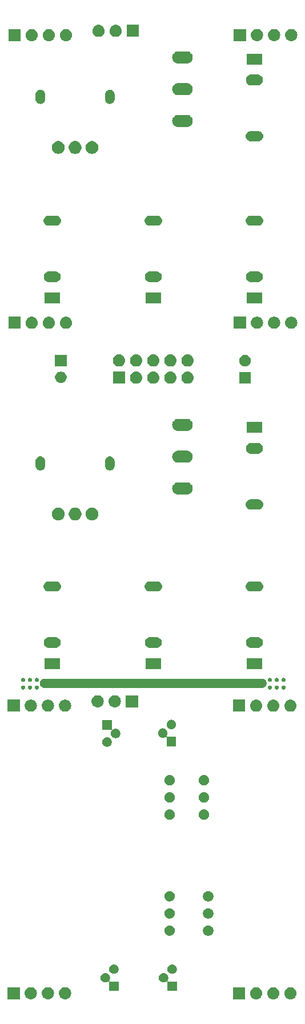
<source format=gbr>
G04 #@! TF.GenerationSoftware,KiCad,Pcbnew,(5.0.1)-4*
G04 #@! TF.CreationDate,2019-03-05T01:37:15-06:00*
G04 #@! TF.ProjectId,vca,7663612E6B696361645F706362000000,rev?*
G04 #@! TF.SameCoordinates,Original*
G04 #@! TF.FileFunction,Soldermask,Bot*
G04 #@! TF.FilePolarity,Negative*
%FSLAX46Y46*%
G04 Gerber Fmt 4.6, Leading zero omitted, Abs format (unit mm)*
G04 Created by KiCad (PCBNEW (5.0.1)-4) date 3/5/2019 1:37:15*
%MOMM*%
%LPD*%
G01*
G04 APERTURE LIST*
%ADD10C,0.100000*%
G04 APERTURE END LIST*
D10*
G36*
X117055443Y-162639519D02*
X117121627Y-162646037D01*
X117234853Y-162680384D01*
X117291467Y-162697557D01*
X117430087Y-162771652D01*
X117447991Y-162781222D01*
X117483729Y-162810552D01*
X117585186Y-162893814D01*
X117668448Y-162995271D01*
X117697778Y-163031009D01*
X117697779Y-163031011D01*
X117781443Y-163187533D01*
X117781443Y-163187534D01*
X117832963Y-163357373D01*
X117850359Y-163534000D01*
X117832963Y-163710627D01*
X117798616Y-163823853D01*
X117781443Y-163880467D01*
X117707348Y-164019087D01*
X117697778Y-164036991D01*
X117668448Y-164072729D01*
X117585186Y-164174186D01*
X117483729Y-164257448D01*
X117447991Y-164286778D01*
X117447989Y-164286779D01*
X117291467Y-164370443D01*
X117234853Y-164387616D01*
X117121627Y-164421963D01*
X117055443Y-164428481D01*
X116989260Y-164435000D01*
X116900740Y-164435000D01*
X116834557Y-164428481D01*
X116768373Y-164421963D01*
X116655147Y-164387616D01*
X116598533Y-164370443D01*
X116442011Y-164286779D01*
X116442009Y-164286778D01*
X116406271Y-164257448D01*
X116304814Y-164174186D01*
X116221552Y-164072729D01*
X116192222Y-164036991D01*
X116182652Y-164019087D01*
X116108557Y-163880467D01*
X116091384Y-163823853D01*
X116057037Y-163710627D01*
X116039641Y-163534000D01*
X116057037Y-163357373D01*
X116108557Y-163187534D01*
X116108557Y-163187533D01*
X116192221Y-163031011D01*
X116192222Y-163031009D01*
X116221552Y-162995271D01*
X116304814Y-162893814D01*
X116406271Y-162810552D01*
X116442009Y-162781222D01*
X116459913Y-162771652D01*
X116598533Y-162697557D01*
X116655147Y-162680384D01*
X116768373Y-162646037D01*
X116834557Y-162639519D01*
X116900740Y-162633000D01*
X116989260Y-162633000D01*
X117055443Y-162639519D01*
X117055443Y-162639519D01*
G37*
G36*
X147916443Y-162639519D02*
X147982627Y-162646037D01*
X148095853Y-162680384D01*
X148152467Y-162697557D01*
X148291087Y-162771652D01*
X148308991Y-162781222D01*
X148344729Y-162810552D01*
X148446186Y-162893814D01*
X148529448Y-162995271D01*
X148558778Y-163031009D01*
X148558779Y-163031011D01*
X148642443Y-163187533D01*
X148642443Y-163187534D01*
X148693963Y-163357373D01*
X148711359Y-163534000D01*
X148693963Y-163710627D01*
X148659616Y-163823853D01*
X148642443Y-163880467D01*
X148568348Y-164019087D01*
X148558778Y-164036991D01*
X148529448Y-164072729D01*
X148446186Y-164174186D01*
X148344729Y-164257448D01*
X148308991Y-164286778D01*
X148308989Y-164286779D01*
X148152467Y-164370443D01*
X148095853Y-164387616D01*
X147982627Y-164421963D01*
X147916443Y-164428481D01*
X147850260Y-164435000D01*
X147761740Y-164435000D01*
X147695557Y-164428481D01*
X147629373Y-164421963D01*
X147516147Y-164387616D01*
X147459533Y-164370443D01*
X147303011Y-164286779D01*
X147303009Y-164286778D01*
X147267271Y-164257448D01*
X147165814Y-164174186D01*
X147082552Y-164072729D01*
X147053222Y-164036991D01*
X147043652Y-164019087D01*
X146969557Y-163880467D01*
X146952384Y-163823853D01*
X146918037Y-163710627D01*
X146900641Y-163534000D01*
X146918037Y-163357373D01*
X146969557Y-163187534D01*
X146969557Y-163187533D01*
X147053221Y-163031011D01*
X147053222Y-163031009D01*
X147082552Y-162995271D01*
X147165814Y-162893814D01*
X147267271Y-162810552D01*
X147303009Y-162781222D01*
X147320913Y-162771652D01*
X147459533Y-162697557D01*
X147516147Y-162680384D01*
X147629373Y-162646037D01*
X147695557Y-162639519D01*
X147761740Y-162633000D01*
X147850260Y-162633000D01*
X147916443Y-162639519D01*
X147916443Y-162639519D01*
G37*
G36*
X143627000Y-164435000D02*
X141825000Y-164435000D01*
X141825000Y-162633000D01*
X143627000Y-162633000D01*
X143627000Y-164435000D01*
X143627000Y-164435000D01*
G37*
G36*
X145376443Y-162639519D02*
X145442627Y-162646037D01*
X145555853Y-162680384D01*
X145612467Y-162697557D01*
X145751087Y-162771652D01*
X145768991Y-162781222D01*
X145804729Y-162810552D01*
X145906186Y-162893814D01*
X145989448Y-162995271D01*
X146018778Y-163031009D01*
X146018779Y-163031011D01*
X146102443Y-163187533D01*
X146102443Y-163187534D01*
X146153963Y-163357373D01*
X146171359Y-163534000D01*
X146153963Y-163710627D01*
X146119616Y-163823853D01*
X146102443Y-163880467D01*
X146028348Y-164019087D01*
X146018778Y-164036991D01*
X145989448Y-164072729D01*
X145906186Y-164174186D01*
X145804729Y-164257448D01*
X145768991Y-164286778D01*
X145768989Y-164286779D01*
X145612467Y-164370443D01*
X145555853Y-164387616D01*
X145442627Y-164421963D01*
X145376443Y-164428481D01*
X145310260Y-164435000D01*
X145221740Y-164435000D01*
X145155557Y-164428481D01*
X145089373Y-164421963D01*
X144976147Y-164387616D01*
X144919533Y-164370443D01*
X144763011Y-164286779D01*
X144763009Y-164286778D01*
X144727271Y-164257448D01*
X144625814Y-164174186D01*
X144542552Y-164072729D01*
X144513222Y-164036991D01*
X144503652Y-164019087D01*
X144429557Y-163880467D01*
X144412384Y-163823853D01*
X144378037Y-163710627D01*
X144360641Y-163534000D01*
X144378037Y-163357373D01*
X144429557Y-163187534D01*
X144429557Y-163187533D01*
X144513221Y-163031011D01*
X144513222Y-163031009D01*
X144542552Y-162995271D01*
X144625814Y-162893814D01*
X144727271Y-162810552D01*
X144763009Y-162781222D01*
X144780913Y-162771652D01*
X144919533Y-162697557D01*
X144976147Y-162680384D01*
X145089373Y-162646037D01*
X145155557Y-162639519D01*
X145221740Y-162633000D01*
X145310260Y-162633000D01*
X145376443Y-162639519D01*
X145376443Y-162639519D01*
G37*
G36*
X150456443Y-162639519D02*
X150522627Y-162646037D01*
X150635853Y-162680384D01*
X150692467Y-162697557D01*
X150831087Y-162771652D01*
X150848991Y-162781222D01*
X150884729Y-162810552D01*
X150986186Y-162893814D01*
X151069448Y-162995271D01*
X151098778Y-163031009D01*
X151098779Y-163031011D01*
X151182443Y-163187533D01*
X151182443Y-163187534D01*
X151233963Y-163357373D01*
X151251359Y-163534000D01*
X151233963Y-163710627D01*
X151199616Y-163823853D01*
X151182443Y-163880467D01*
X151108348Y-164019087D01*
X151098778Y-164036991D01*
X151069448Y-164072729D01*
X150986186Y-164174186D01*
X150884729Y-164257448D01*
X150848991Y-164286778D01*
X150848989Y-164286779D01*
X150692467Y-164370443D01*
X150635853Y-164387616D01*
X150522627Y-164421963D01*
X150456443Y-164428481D01*
X150390260Y-164435000D01*
X150301740Y-164435000D01*
X150235557Y-164428481D01*
X150169373Y-164421963D01*
X150056147Y-164387616D01*
X149999533Y-164370443D01*
X149843011Y-164286779D01*
X149843009Y-164286778D01*
X149807271Y-164257448D01*
X149705814Y-164174186D01*
X149622552Y-164072729D01*
X149593222Y-164036991D01*
X149583652Y-164019087D01*
X149509557Y-163880467D01*
X149492384Y-163823853D01*
X149458037Y-163710627D01*
X149440641Y-163534000D01*
X149458037Y-163357373D01*
X149509557Y-163187534D01*
X149509557Y-163187533D01*
X149593221Y-163031011D01*
X149593222Y-163031009D01*
X149622552Y-162995271D01*
X149705814Y-162893814D01*
X149807271Y-162810552D01*
X149843009Y-162781222D01*
X149860913Y-162771652D01*
X149999533Y-162697557D01*
X150056147Y-162680384D01*
X150169373Y-162646037D01*
X150235557Y-162639519D01*
X150301740Y-162633000D01*
X150390260Y-162633000D01*
X150456443Y-162639519D01*
X150456443Y-162639519D01*
G37*
G36*
X111975443Y-162639519D02*
X112041627Y-162646037D01*
X112154853Y-162680384D01*
X112211467Y-162697557D01*
X112350087Y-162771652D01*
X112367991Y-162781222D01*
X112403729Y-162810552D01*
X112505186Y-162893814D01*
X112588448Y-162995271D01*
X112617778Y-163031009D01*
X112617779Y-163031011D01*
X112701443Y-163187533D01*
X112701443Y-163187534D01*
X112752963Y-163357373D01*
X112770359Y-163534000D01*
X112752963Y-163710627D01*
X112718616Y-163823853D01*
X112701443Y-163880467D01*
X112627348Y-164019087D01*
X112617778Y-164036991D01*
X112588448Y-164072729D01*
X112505186Y-164174186D01*
X112403729Y-164257448D01*
X112367991Y-164286778D01*
X112367989Y-164286779D01*
X112211467Y-164370443D01*
X112154853Y-164387616D01*
X112041627Y-164421963D01*
X111975443Y-164428481D01*
X111909260Y-164435000D01*
X111820740Y-164435000D01*
X111754557Y-164428481D01*
X111688373Y-164421963D01*
X111575147Y-164387616D01*
X111518533Y-164370443D01*
X111362011Y-164286779D01*
X111362009Y-164286778D01*
X111326271Y-164257448D01*
X111224814Y-164174186D01*
X111141552Y-164072729D01*
X111112222Y-164036991D01*
X111102652Y-164019087D01*
X111028557Y-163880467D01*
X111011384Y-163823853D01*
X110977037Y-163710627D01*
X110959641Y-163534000D01*
X110977037Y-163357373D01*
X111028557Y-163187534D01*
X111028557Y-163187533D01*
X111112221Y-163031011D01*
X111112222Y-163031009D01*
X111141552Y-162995271D01*
X111224814Y-162893814D01*
X111326271Y-162810552D01*
X111362009Y-162781222D01*
X111379913Y-162771652D01*
X111518533Y-162697557D01*
X111575147Y-162680384D01*
X111688373Y-162646037D01*
X111754557Y-162639519D01*
X111820740Y-162633000D01*
X111909260Y-162633000D01*
X111975443Y-162639519D01*
X111975443Y-162639519D01*
G37*
G36*
X114515443Y-162639519D02*
X114581627Y-162646037D01*
X114694853Y-162680384D01*
X114751467Y-162697557D01*
X114890087Y-162771652D01*
X114907991Y-162781222D01*
X114943729Y-162810552D01*
X115045186Y-162893814D01*
X115128448Y-162995271D01*
X115157778Y-163031009D01*
X115157779Y-163031011D01*
X115241443Y-163187533D01*
X115241443Y-163187534D01*
X115292963Y-163357373D01*
X115310359Y-163534000D01*
X115292963Y-163710627D01*
X115258616Y-163823853D01*
X115241443Y-163880467D01*
X115167348Y-164019087D01*
X115157778Y-164036991D01*
X115128448Y-164072729D01*
X115045186Y-164174186D01*
X114943729Y-164257448D01*
X114907991Y-164286778D01*
X114907989Y-164286779D01*
X114751467Y-164370443D01*
X114694853Y-164387616D01*
X114581627Y-164421963D01*
X114515443Y-164428481D01*
X114449260Y-164435000D01*
X114360740Y-164435000D01*
X114294557Y-164428481D01*
X114228373Y-164421963D01*
X114115147Y-164387616D01*
X114058533Y-164370443D01*
X113902011Y-164286779D01*
X113902009Y-164286778D01*
X113866271Y-164257448D01*
X113764814Y-164174186D01*
X113681552Y-164072729D01*
X113652222Y-164036991D01*
X113642652Y-164019087D01*
X113568557Y-163880467D01*
X113551384Y-163823853D01*
X113517037Y-163710627D01*
X113499641Y-163534000D01*
X113517037Y-163357373D01*
X113568557Y-163187534D01*
X113568557Y-163187533D01*
X113652221Y-163031011D01*
X113652222Y-163031009D01*
X113681552Y-162995271D01*
X113764814Y-162893814D01*
X113866271Y-162810552D01*
X113902009Y-162781222D01*
X113919913Y-162771652D01*
X114058533Y-162697557D01*
X114115147Y-162680384D01*
X114228373Y-162646037D01*
X114294557Y-162639519D01*
X114360740Y-162633000D01*
X114449260Y-162633000D01*
X114515443Y-162639519D01*
X114515443Y-162639519D01*
G37*
G36*
X110226000Y-164435000D02*
X108424000Y-164435000D01*
X108424000Y-162633000D01*
X110226000Y-162633000D01*
X110226000Y-164435000D01*
X110226000Y-164435000D01*
G37*
G36*
X123118472Y-160573938D02*
X123246049Y-160626782D01*
X123360865Y-160703500D01*
X123458500Y-160801135D01*
X123535218Y-160915951D01*
X123588062Y-161043528D01*
X123615000Y-161178956D01*
X123615000Y-161317044D01*
X123588062Y-161452472D01*
X123535218Y-161580049D01*
X123506817Y-161622554D01*
X123495266Y-161644165D01*
X123488153Y-161667614D01*
X123485751Y-161692000D01*
X123488153Y-161716386D01*
X123495266Y-161739836D01*
X123506817Y-161761446D01*
X123522363Y-161780388D01*
X123541305Y-161795934D01*
X123562916Y-161807485D01*
X123586365Y-161814598D01*
X123610751Y-161817000D01*
X124885000Y-161817000D01*
X124885000Y-163219000D01*
X123483000Y-163219000D01*
X123483000Y-161944751D01*
X123480598Y-161920365D01*
X123473485Y-161896916D01*
X123461934Y-161875305D01*
X123446388Y-161856363D01*
X123427446Y-161840817D01*
X123405835Y-161829266D01*
X123382386Y-161822153D01*
X123358000Y-161819751D01*
X123333614Y-161822153D01*
X123310165Y-161829266D01*
X123288554Y-161840817D01*
X123246049Y-161869218D01*
X123118472Y-161922062D01*
X122983044Y-161949000D01*
X122844956Y-161949000D01*
X122709528Y-161922062D01*
X122581951Y-161869218D01*
X122467135Y-161792500D01*
X122369500Y-161694865D01*
X122292782Y-161580049D01*
X122239938Y-161452472D01*
X122213000Y-161317044D01*
X122213000Y-161178956D01*
X122239938Y-161043528D01*
X122292782Y-160915951D01*
X122369500Y-160801135D01*
X122467135Y-160703500D01*
X122581951Y-160626782D01*
X122709528Y-160573938D01*
X122844956Y-160547000D01*
X122983044Y-160547000D01*
X123118472Y-160573938D01*
X123118472Y-160573938D01*
G37*
G36*
X131754472Y-160573938D02*
X131882049Y-160626782D01*
X131996865Y-160703500D01*
X132094500Y-160801135D01*
X132171218Y-160915951D01*
X132224062Y-161043528D01*
X132251000Y-161178956D01*
X132251000Y-161317044D01*
X132224062Y-161452472D01*
X132171218Y-161580049D01*
X132142817Y-161622554D01*
X132131266Y-161644165D01*
X132124153Y-161667614D01*
X132121751Y-161692000D01*
X132124153Y-161716386D01*
X132131266Y-161739836D01*
X132142817Y-161761446D01*
X132158363Y-161780388D01*
X132177305Y-161795934D01*
X132198916Y-161807485D01*
X132222365Y-161814598D01*
X132246751Y-161817000D01*
X133521000Y-161817000D01*
X133521000Y-163219000D01*
X132119000Y-163219000D01*
X132119000Y-161944751D01*
X132116598Y-161920365D01*
X132109485Y-161896916D01*
X132097934Y-161875305D01*
X132082388Y-161856363D01*
X132063446Y-161840817D01*
X132041835Y-161829266D01*
X132018386Y-161822153D01*
X131994000Y-161819751D01*
X131969614Y-161822153D01*
X131946165Y-161829266D01*
X131924554Y-161840817D01*
X131882049Y-161869218D01*
X131754472Y-161922062D01*
X131619044Y-161949000D01*
X131480956Y-161949000D01*
X131345528Y-161922062D01*
X131217951Y-161869218D01*
X131103135Y-161792500D01*
X131005500Y-161694865D01*
X130928782Y-161580049D01*
X130875938Y-161452472D01*
X130849000Y-161317044D01*
X130849000Y-161178956D01*
X130875938Y-161043528D01*
X130928782Y-160915951D01*
X131005500Y-160801135D01*
X131103135Y-160703500D01*
X131217951Y-160626782D01*
X131345528Y-160573938D01*
X131480956Y-160547000D01*
X131619044Y-160547000D01*
X131754472Y-160573938D01*
X131754472Y-160573938D01*
G37*
G36*
X124388472Y-159303938D02*
X124516049Y-159356782D01*
X124630865Y-159433500D01*
X124728500Y-159531135D01*
X124805218Y-159645951D01*
X124858062Y-159773528D01*
X124885000Y-159908956D01*
X124885000Y-160047044D01*
X124858062Y-160182472D01*
X124805218Y-160310049D01*
X124728500Y-160424865D01*
X124630865Y-160522500D01*
X124516049Y-160599218D01*
X124388472Y-160652062D01*
X124253044Y-160679000D01*
X124114956Y-160679000D01*
X123979528Y-160652062D01*
X123851951Y-160599218D01*
X123737135Y-160522500D01*
X123639500Y-160424865D01*
X123562782Y-160310049D01*
X123509938Y-160182472D01*
X123483000Y-160047044D01*
X123483000Y-159908956D01*
X123509938Y-159773528D01*
X123562782Y-159645951D01*
X123639500Y-159531135D01*
X123737135Y-159433500D01*
X123851951Y-159356782D01*
X123979528Y-159303938D01*
X124114956Y-159277000D01*
X124253044Y-159277000D01*
X124388472Y-159303938D01*
X124388472Y-159303938D01*
G37*
G36*
X133024472Y-159303938D02*
X133152049Y-159356782D01*
X133266865Y-159433500D01*
X133364500Y-159531135D01*
X133441218Y-159645951D01*
X133494062Y-159773528D01*
X133521000Y-159908956D01*
X133521000Y-160047044D01*
X133494062Y-160182472D01*
X133441218Y-160310049D01*
X133364500Y-160424865D01*
X133266865Y-160522500D01*
X133152049Y-160599218D01*
X133024472Y-160652062D01*
X132889044Y-160679000D01*
X132750956Y-160679000D01*
X132615528Y-160652062D01*
X132487951Y-160599218D01*
X132373135Y-160522500D01*
X132275500Y-160424865D01*
X132198782Y-160310049D01*
X132145938Y-160182472D01*
X132119000Y-160047044D01*
X132119000Y-159908956D01*
X132145938Y-159773528D01*
X132198782Y-159645951D01*
X132275500Y-159531135D01*
X132373135Y-159433500D01*
X132487951Y-159356782D01*
X132615528Y-159303938D01*
X132750956Y-159277000D01*
X132889044Y-159277000D01*
X133024472Y-159303938D01*
X133024472Y-159303938D01*
G37*
G36*
X138279589Y-153501876D02*
X138378893Y-153521629D01*
X138519206Y-153579748D01*
X138645484Y-153664125D01*
X138752875Y-153771516D01*
X138837252Y-153897794D01*
X138895371Y-154038107D01*
X138925000Y-154187063D01*
X138925000Y-154338937D01*
X138895371Y-154487893D01*
X138837252Y-154628206D01*
X138752875Y-154754484D01*
X138645484Y-154861875D01*
X138519206Y-154946252D01*
X138378893Y-155004371D01*
X138279589Y-155024124D01*
X138229938Y-155034000D01*
X138078062Y-155034000D01*
X138028411Y-155024124D01*
X137929107Y-155004371D01*
X137788794Y-154946252D01*
X137662516Y-154861875D01*
X137555125Y-154754484D01*
X137470748Y-154628206D01*
X137412629Y-154487893D01*
X137383000Y-154338937D01*
X137383000Y-154187063D01*
X137412629Y-154038107D01*
X137470748Y-153897794D01*
X137555125Y-153771516D01*
X137662516Y-153664125D01*
X137788794Y-153579748D01*
X137929107Y-153521629D01*
X138028411Y-153501876D01*
X138078062Y-153492000D01*
X138229938Y-153492000D01*
X138279589Y-153501876D01*
X138279589Y-153501876D01*
G37*
G36*
X132564589Y-153501876D02*
X132663893Y-153521629D01*
X132804206Y-153579748D01*
X132930484Y-153664125D01*
X133037875Y-153771516D01*
X133122252Y-153897794D01*
X133180371Y-154038107D01*
X133210000Y-154187063D01*
X133210000Y-154338937D01*
X133180371Y-154487893D01*
X133122252Y-154628206D01*
X133037875Y-154754484D01*
X132930484Y-154861875D01*
X132804206Y-154946252D01*
X132663893Y-155004371D01*
X132564589Y-155024124D01*
X132514938Y-155034000D01*
X132363062Y-155034000D01*
X132313411Y-155024124D01*
X132214107Y-155004371D01*
X132073794Y-154946252D01*
X131947516Y-154861875D01*
X131840125Y-154754484D01*
X131755748Y-154628206D01*
X131697629Y-154487893D01*
X131668000Y-154338937D01*
X131668000Y-154187063D01*
X131697629Y-154038107D01*
X131755748Y-153897794D01*
X131840125Y-153771516D01*
X131947516Y-153664125D01*
X132073794Y-153579748D01*
X132214107Y-153521629D01*
X132313411Y-153501876D01*
X132363062Y-153492000D01*
X132514938Y-153492000D01*
X132564589Y-153501876D01*
X132564589Y-153501876D01*
G37*
G36*
X138279589Y-150961876D02*
X138378893Y-150981629D01*
X138519206Y-151039748D01*
X138645484Y-151124125D01*
X138752875Y-151231516D01*
X138837252Y-151357794D01*
X138895371Y-151498107D01*
X138925000Y-151647063D01*
X138925000Y-151798937D01*
X138895371Y-151947893D01*
X138837252Y-152088206D01*
X138752875Y-152214484D01*
X138645484Y-152321875D01*
X138519206Y-152406252D01*
X138378893Y-152464371D01*
X138279589Y-152484124D01*
X138229938Y-152494000D01*
X138078062Y-152494000D01*
X138028411Y-152484124D01*
X137929107Y-152464371D01*
X137788794Y-152406252D01*
X137662516Y-152321875D01*
X137555125Y-152214484D01*
X137470748Y-152088206D01*
X137412629Y-151947893D01*
X137383000Y-151798937D01*
X137383000Y-151647063D01*
X137412629Y-151498107D01*
X137470748Y-151357794D01*
X137555125Y-151231516D01*
X137662516Y-151124125D01*
X137788794Y-151039748D01*
X137929107Y-150981629D01*
X138028411Y-150961876D01*
X138078062Y-150952000D01*
X138229938Y-150952000D01*
X138279589Y-150961876D01*
X138279589Y-150961876D01*
G37*
G36*
X132564589Y-150961876D02*
X132663893Y-150981629D01*
X132804206Y-151039748D01*
X132930484Y-151124125D01*
X133037875Y-151231516D01*
X133122252Y-151357794D01*
X133180371Y-151498107D01*
X133210000Y-151647063D01*
X133210000Y-151798937D01*
X133180371Y-151947893D01*
X133122252Y-152088206D01*
X133037875Y-152214484D01*
X132930484Y-152321875D01*
X132804206Y-152406252D01*
X132663893Y-152464371D01*
X132564589Y-152484124D01*
X132514938Y-152494000D01*
X132363062Y-152494000D01*
X132313411Y-152484124D01*
X132214107Y-152464371D01*
X132073794Y-152406252D01*
X131947516Y-152321875D01*
X131840125Y-152214484D01*
X131755748Y-152088206D01*
X131697629Y-151947893D01*
X131668000Y-151798937D01*
X131668000Y-151647063D01*
X131697629Y-151498107D01*
X131755748Y-151357794D01*
X131840125Y-151231516D01*
X131947516Y-151124125D01*
X132073794Y-151039748D01*
X132214107Y-150981629D01*
X132313411Y-150961876D01*
X132363062Y-150952000D01*
X132514938Y-150952000D01*
X132564589Y-150961876D01*
X132564589Y-150961876D01*
G37*
G36*
X138279589Y-148421876D02*
X138378893Y-148441629D01*
X138519206Y-148499748D01*
X138645484Y-148584125D01*
X138752875Y-148691516D01*
X138837252Y-148817794D01*
X138895371Y-148958107D01*
X138925000Y-149107063D01*
X138925000Y-149258937D01*
X138895371Y-149407893D01*
X138837252Y-149548206D01*
X138752875Y-149674484D01*
X138645484Y-149781875D01*
X138519206Y-149866252D01*
X138378893Y-149924371D01*
X138279589Y-149944124D01*
X138229938Y-149954000D01*
X138078062Y-149954000D01*
X138028411Y-149944124D01*
X137929107Y-149924371D01*
X137788794Y-149866252D01*
X137662516Y-149781875D01*
X137555125Y-149674484D01*
X137470748Y-149548206D01*
X137412629Y-149407893D01*
X137383000Y-149258937D01*
X137383000Y-149107063D01*
X137412629Y-148958107D01*
X137470748Y-148817794D01*
X137555125Y-148691516D01*
X137662516Y-148584125D01*
X137788794Y-148499748D01*
X137929107Y-148441629D01*
X138028411Y-148421876D01*
X138078062Y-148412000D01*
X138229938Y-148412000D01*
X138279589Y-148421876D01*
X138279589Y-148421876D01*
G37*
G36*
X132564589Y-148421876D02*
X132663893Y-148441629D01*
X132804206Y-148499748D01*
X132930484Y-148584125D01*
X133037875Y-148691516D01*
X133122252Y-148817794D01*
X133180371Y-148958107D01*
X133210000Y-149107063D01*
X133210000Y-149258937D01*
X133180371Y-149407893D01*
X133122252Y-149548206D01*
X133037875Y-149674484D01*
X132930484Y-149781875D01*
X132804206Y-149866252D01*
X132663893Y-149924371D01*
X132564589Y-149944124D01*
X132514938Y-149954000D01*
X132363062Y-149954000D01*
X132313411Y-149944124D01*
X132214107Y-149924371D01*
X132073794Y-149866252D01*
X131947516Y-149781875D01*
X131840125Y-149674484D01*
X131755748Y-149548206D01*
X131697629Y-149407893D01*
X131668000Y-149258937D01*
X131668000Y-149107063D01*
X131697629Y-148958107D01*
X131755748Y-148817794D01*
X131840125Y-148691516D01*
X131947516Y-148584125D01*
X132073794Y-148499748D01*
X132214107Y-148441629D01*
X132313411Y-148421876D01*
X132363062Y-148412000D01*
X132514938Y-148412000D01*
X132564589Y-148421876D01*
X132564589Y-148421876D01*
G37*
G36*
X137644589Y-136356876D02*
X137743893Y-136376629D01*
X137884206Y-136434748D01*
X138010484Y-136519125D01*
X138117875Y-136626516D01*
X138202252Y-136752794D01*
X138260371Y-136893107D01*
X138290000Y-137042063D01*
X138290000Y-137193937D01*
X138260371Y-137342893D01*
X138202252Y-137483206D01*
X138117875Y-137609484D01*
X138010484Y-137716875D01*
X137884206Y-137801252D01*
X137743893Y-137859371D01*
X137644589Y-137879124D01*
X137594938Y-137889000D01*
X137443062Y-137889000D01*
X137393411Y-137879124D01*
X137294107Y-137859371D01*
X137153794Y-137801252D01*
X137027516Y-137716875D01*
X136920125Y-137609484D01*
X136835748Y-137483206D01*
X136777629Y-137342893D01*
X136748000Y-137193937D01*
X136748000Y-137042063D01*
X136777629Y-136893107D01*
X136835748Y-136752794D01*
X136920125Y-136626516D01*
X137027516Y-136519125D01*
X137153794Y-136434748D01*
X137294107Y-136376629D01*
X137393411Y-136356876D01*
X137443062Y-136347000D01*
X137594938Y-136347000D01*
X137644589Y-136356876D01*
X137644589Y-136356876D01*
G37*
G36*
X132564589Y-136356876D02*
X132663893Y-136376629D01*
X132804206Y-136434748D01*
X132930484Y-136519125D01*
X133037875Y-136626516D01*
X133122252Y-136752794D01*
X133180371Y-136893107D01*
X133210000Y-137042063D01*
X133210000Y-137193937D01*
X133180371Y-137342893D01*
X133122252Y-137483206D01*
X133037875Y-137609484D01*
X132930484Y-137716875D01*
X132804206Y-137801252D01*
X132663893Y-137859371D01*
X132564589Y-137879124D01*
X132514938Y-137889000D01*
X132363062Y-137889000D01*
X132313411Y-137879124D01*
X132214107Y-137859371D01*
X132073794Y-137801252D01*
X131947516Y-137716875D01*
X131840125Y-137609484D01*
X131755748Y-137483206D01*
X131697629Y-137342893D01*
X131668000Y-137193937D01*
X131668000Y-137042063D01*
X131697629Y-136893107D01*
X131755748Y-136752794D01*
X131840125Y-136626516D01*
X131947516Y-136519125D01*
X132073794Y-136434748D01*
X132214107Y-136376629D01*
X132313411Y-136356876D01*
X132363062Y-136347000D01*
X132514938Y-136347000D01*
X132564589Y-136356876D01*
X132564589Y-136356876D01*
G37*
G36*
X137644589Y-133816876D02*
X137743893Y-133836629D01*
X137884206Y-133894748D01*
X138010484Y-133979125D01*
X138117875Y-134086516D01*
X138202252Y-134212794D01*
X138260371Y-134353107D01*
X138290000Y-134502063D01*
X138290000Y-134653937D01*
X138260371Y-134802893D01*
X138202252Y-134943206D01*
X138117875Y-135069484D01*
X138010484Y-135176875D01*
X137884206Y-135261252D01*
X137743893Y-135319371D01*
X137644589Y-135339124D01*
X137594938Y-135349000D01*
X137443062Y-135349000D01*
X137393411Y-135339124D01*
X137294107Y-135319371D01*
X137153794Y-135261252D01*
X137027516Y-135176875D01*
X136920125Y-135069484D01*
X136835748Y-134943206D01*
X136777629Y-134802893D01*
X136748000Y-134653937D01*
X136748000Y-134502063D01*
X136777629Y-134353107D01*
X136835748Y-134212794D01*
X136920125Y-134086516D01*
X137027516Y-133979125D01*
X137153794Y-133894748D01*
X137294107Y-133836629D01*
X137393411Y-133816876D01*
X137443062Y-133807000D01*
X137594938Y-133807000D01*
X137644589Y-133816876D01*
X137644589Y-133816876D01*
G37*
G36*
X132564589Y-133816876D02*
X132663893Y-133836629D01*
X132804206Y-133894748D01*
X132930484Y-133979125D01*
X133037875Y-134086516D01*
X133122252Y-134212794D01*
X133180371Y-134353107D01*
X133210000Y-134502063D01*
X133210000Y-134653937D01*
X133180371Y-134802893D01*
X133122252Y-134943206D01*
X133037875Y-135069484D01*
X132930484Y-135176875D01*
X132804206Y-135261252D01*
X132663893Y-135319371D01*
X132564589Y-135339124D01*
X132514938Y-135349000D01*
X132363062Y-135349000D01*
X132313411Y-135339124D01*
X132214107Y-135319371D01*
X132073794Y-135261252D01*
X131947516Y-135176875D01*
X131840125Y-135069484D01*
X131755748Y-134943206D01*
X131697629Y-134802893D01*
X131668000Y-134653937D01*
X131668000Y-134502063D01*
X131697629Y-134353107D01*
X131755748Y-134212794D01*
X131840125Y-134086516D01*
X131947516Y-133979125D01*
X132073794Y-133894748D01*
X132214107Y-133836629D01*
X132313411Y-133816876D01*
X132363062Y-133807000D01*
X132514938Y-133807000D01*
X132564589Y-133816876D01*
X132564589Y-133816876D01*
G37*
G36*
X137644589Y-131276876D02*
X137743893Y-131296629D01*
X137884206Y-131354748D01*
X138010484Y-131439125D01*
X138117875Y-131546516D01*
X138202252Y-131672794D01*
X138260371Y-131813107D01*
X138290000Y-131962063D01*
X138290000Y-132113937D01*
X138260371Y-132262893D01*
X138202252Y-132403206D01*
X138117875Y-132529484D01*
X138010484Y-132636875D01*
X137884206Y-132721252D01*
X137743893Y-132779371D01*
X137644589Y-132799124D01*
X137594938Y-132809000D01*
X137443062Y-132809000D01*
X137393411Y-132799124D01*
X137294107Y-132779371D01*
X137153794Y-132721252D01*
X137027516Y-132636875D01*
X136920125Y-132529484D01*
X136835748Y-132403206D01*
X136777629Y-132262893D01*
X136748000Y-132113937D01*
X136748000Y-131962063D01*
X136777629Y-131813107D01*
X136835748Y-131672794D01*
X136920125Y-131546516D01*
X137027516Y-131439125D01*
X137153794Y-131354748D01*
X137294107Y-131296629D01*
X137393411Y-131276876D01*
X137443062Y-131267000D01*
X137594938Y-131267000D01*
X137644589Y-131276876D01*
X137644589Y-131276876D01*
G37*
G36*
X132564589Y-131276876D02*
X132663893Y-131296629D01*
X132804206Y-131354748D01*
X132930484Y-131439125D01*
X133037875Y-131546516D01*
X133122252Y-131672794D01*
X133180371Y-131813107D01*
X133210000Y-131962063D01*
X133210000Y-132113937D01*
X133180371Y-132262893D01*
X133122252Y-132403206D01*
X133037875Y-132529484D01*
X132930484Y-132636875D01*
X132804206Y-132721252D01*
X132663893Y-132779371D01*
X132564589Y-132799124D01*
X132514938Y-132809000D01*
X132363062Y-132809000D01*
X132313411Y-132799124D01*
X132214107Y-132779371D01*
X132073794Y-132721252D01*
X131947516Y-132636875D01*
X131840125Y-132529484D01*
X131755748Y-132403206D01*
X131697629Y-132262893D01*
X131668000Y-132113937D01*
X131668000Y-131962063D01*
X131697629Y-131813107D01*
X131755748Y-131672794D01*
X131840125Y-131546516D01*
X131947516Y-131439125D01*
X132073794Y-131354748D01*
X132214107Y-131296629D01*
X132313411Y-131276876D01*
X132363062Y-131267000D01*
X132514938Y-131267000D01*
X132564589Y-131276876D01*
X132564589Y-131276876D01*
G37*
G36*
X123372472Y-125712438D02*
X123500049Y-125765282D01*
X123614865Y-125842000D01*
X123712500Y-125939635D01*
X123789218Y-126054451D01*
X123842062Y-126182028D01*
X123869000Y-126317456D01*
X123869000Y-126455544D01*
X123842062Y-126590972D01*
X123789218Y-126718549D01*
X123712500Y-126833365D01*
X123614865Y-126931000D01*
X123500049Y-127007718D01*
X123372472Y-127060562D01*
X123237044Y-127087500D01*
X123098956Y-127087500D01*
X122963528Y-127060562D01*
X122835951Y-127007718D01*
X122721135Y-126931000D01*
X122623500Y-126833365D01*
X122546782Y-126718549D01*
X122493938Y-126590972D01*
X122467000Y-126455544D01*
X122467000Y-126317456D01*
X122493938Y-126182028D01*
X122546782Y-126054451D01*
X122623500Y-125939635D01*
X122721135Y-125842000D01*
X122835951Y-125765282D01*
X122963528Y-125712438D01*
X123098956Y-125685500D01*
X123237044Y-125685500D01*
X123372472Y-125712438D01*
X123372472Y-125712438D01*
G37*
G36*
X131627472Y-124378938D02*
X131755049Y-124431782D01*
X131869865Y-124508500D01*
X131967500Y-124606135D01*
X132044218Y-124720951D01*
X132097062Y-124848528D01*
X132124000Y-124983956D01*
X132124000Y-125122044D01*
X132097062Y-125257472D01*
X132044218Y-125385049D01*
X132015817Y-125427554D01*
X132004266Y-125449165D01*
X131997153Y-125472614D01*
X131994751Y-125497000D01*
X131997153Y-125521386D01*
X132004266Y-125544836D01*
X132015817Y-125566446D01*
X132031363Y-125585388D01*
X132050305Y-125600934D01*
X132071916Y-125612485D01*
X132095365Y-125619598D01*
X132119751Y-125622000D01*
X133394000Y-125622000D01*
X133394000Y-127024000D01*
X131992000Y-127024000D01*
X131992000Y-125749751D01*
X131989598Y-125725365D01*
X131982485Y-125701916D01*
X131970934Y-125680305D01*
X131955388Y-125661363D01*
X131936446Y-125645817D01*
X131914835Y-125634266D01*
X131891386Y-125627153D01*
X131867000Y-125624751D01*
X131842614Y-125627153D01*
X131819165Y-125634266D01*
X131797554Y-125645817D01*
X131755049Y-125674218D01*
X131627472Y-125727062D01*
X131492044Y-125754000D01*
X131353956Y-125754000D01*
X131218528Y-125727062D01*
X131090951Y-125674218D01*
X130976135Y-125597500D01*
X130878500Y-125499865D01*
X130801782Y-125385049D01*
X130748938Y-125257472D01*
X130722000Y-125122044D01*
X130722000Y-124983956D01*
X130748938Y-124848528D01*
X130801782Y-124720951D01*
X130878500Y-124606135D01*
X130976135Y-124508500D01*
X131090951Y-124431782D01*
X131218528Y-124378938D01*
X131353956Y-124352000D01*
X131492044Y-124352000D01*
X131627472Y-124378938D01*
X131627472Y-124378938D01*
G37*
G36*
X123869000Y-124419749D02*
X123871402Y-124444135D01*
X123878515Y-124467584D01*
X123890066Y-124489195D01*
X123905612Y-124508137D01*
X123924554Y-124523683D01*
X123946165Y-124535234D01*
X123969614Y-124542347D01*
X123994000Y-124544749D01*
X124018386Y-124542347D01*
X124041835Y-124535234D01*
X124063446Y-124523683D01*
X124105951Y-124495282D01*
X124233528Y-124442438D01*
X124368956Y-124415500D01*
X124507044Y-124415500D01*
X124642472Y-124442438D01*
X124770049Y-124495282D01*
X124884865Y-124572000D01*
X124982500Y-124669635D01*
X125059218Y-124784451D01*
X125112062Y-124912028D01*
X125139000Y-125047456D01*
X125139000Y-125185544D01*
X125112062Y-125320972D01*
X125059218Y-125448549D01*
X124982500Y-125563365D01*
X124884865Y-125661000D01*
X124770049Y-125737718D01*
X124642472Y-125790562D01*
X124507044Y-125817500D01*
X124368956Y-125817500D01*
X124233528Y-125790562D01*
X124105951Y-125737718D01*
X123991135Y-125661000D01*
X123893500Y-125563365D01*
X123816782Y-125448549D01*
X123763938Y-125320972D01*
X123737000Y-125185544D01*
X123737000Y-125047456D01*
X123763938Y-124912028D01*
X123816782Y-124784451D01*
X123845183Y-124741946D01*
X123856734Y-124720335D01*
X123863847Y-124696886D01*
X123866249Y-124672500D01*
X123863847Y-124648114D01*
X123856734Y-124624664D01*
X123845183Y-124603054D01*
X123829637Y-124584112D01*
X123810695Y-124568566D01*
X123789084Y-124557015D01*
X123765635Y-124549902D01*
X123741249Y-124547500D01*
X122467000Y-124547500D01*
X122467000Y-123145500D01*
X123869000Y-123145500D01*
X123869000Y-124419749D01*
X123869000Y-124419749D01*
G37*
G36*
X132897472Y-123108938D02*
X133025049Y-123161782D01*
X133139865Y-123238500D01*
X133237500Y-123336135D01*
X133314218Y-123450951D01*
X133367062Y-123578528D01*
X133394000Y-123713956D01*
X133394000Y-123852044D01*
X133367062Y-123987472D01*
X133314218Y-124115049D01*
X133237500Y-124229865D01*
X133139865Y-124327500D01*
X133025049Y-124404218D01*
X132897472Y-124457062D01*
X132762044Y-124484000D01*
X132623956Y-124484000D01*
X132488528Y-124457062D01*
X132360951Y-124404218D01*
X132246135Y-124327500D01*
X132148500Y-124229865D01*
X132071782Y-124115049D01*
X132018938Y-123987472D01*
X131992000Y-123852044D01*
X131992000Y-123713956D01*
X132018938Y-123578528D01*
X132071782Y-123450951D01*
X132148500Y-123336135D01*
X132246135Y-123238500D01*
X132360951Y-123161782D01*
X132488528Y-123108938D01*
X132623956Y-123082000D01*
X132762044Y-123082000D01*
X132897472Y-123108938D01*
X132897472Y-123108938D01*
G37*
G36*
X147916443Y-120094519D02*
X147982627Y-120101037D01*
X148095853Y-120135384D01*
X148152467Y-120152557D01*
X148291087Y-120226652D01*
X148308991Y-120236222D01*
X148344729Y-120265552D01*
X148446186Y-120348814D01*
X148529448Y-120450271D01*
X148558778Y-120486009D01*
X148558779Y-120486011D01*
X148642443Y-120642533D01*
X148642443Y-120642534D01*
X148693963Y-120812373D01*
X148711359Y-120989000D01*
X148693963Y-121165627D01*
X148686435Y-121190443D01*
X148642443Y-121335467D01*
X148568348Y-121474087D01*
X148558778Y-121491991D01*
X148529448Y-121527729D01*
X148446186Y-121629186D01*
X148344729Y-121712448D01*
X148308991Y-121741778D01*
X148308989Y-121741779D01*
X148152467Y-121825443D01*
X148095853Y-121842616D01*
X147982627Y-121876963D01*
X147916442Y-121883482D01*
X147850260Y-121890000D01*
X147761740Y-121890000D01*
X147695558Y-121883482D01*
X147629373Y-121876963D01*
X147516147Y-121842616D01*
X147459533Y-121825443D01*
X147303011Y-121741779D01*
X147303009Y-121741778D01*
X147267271Y-121712448D01*
X147165814Y-121629186D01*
X147082552Y-121527729D01*
X147053222Y-121491991D01*
X147043652Y-121474087D01*
X146969557Y-121335467D01*
X146925565Y-121190443D01*
X146918037Y-121165627D01*
X146900641Y-120989000D01*
X146918037Y-120812373D01*
X146969557Y-120642534D01*
X146969557Y-120642533D01*
X147053221Y-120486011D01*
X147053222Y-120486009D01*
X147082552Y-120450271D01*
X147165814Y-120348814D01*
X147267271Y-120265552D01*
X147303009Y-120236222D01*
X147320913Y-120226652D01*
X147459533Y-120152557D01*
X147516147Y-120135384D01*
X147629373Y-120101037D01*
X147695557Y-120094519D01*
X147761740Y-120088000D01*
X147850260Y-120088000D01*
X147916443Y-120094519D01*
X147916443Y-120094519D01*
G37*
G36*
X145376443Y-120094519D02*
X145442627Y-120101037D01*
X145555853Y-120135384D01*
X145612467Y-120152557D01*
X145751087Y-120226652D01*
X145768991Y-120236222D01*
X145804729Y-120265552D01*
X145906186Y-120348814D01*
X145989448Y-120450271D01*
X146018778Y-120486009D01*
X146018779Y-120486011D01*
X146102443Y-120642533D01*
X146102443Y-120642534D01*
X146153963Y-120812373D01*
X146171359Y-120989000D01*
X146153963Y-121165627D01*
X146146435Y-121190443D01*
X146102443Y-121335467D01*
X146028348Y-121474087D01*
X146018778Y-121491991D01*
X145989448Y-121527729D01*
X145906186Y-121629186D01*
X145804729Y-121712448D01*
X145768991Y-121741778D01*
X145768989Y-121741779D01*
X145612467Y-121825443D01*
X145555853Y-121842616D01*
X145442627Y-121876963D01*
X145376442Y-121883482D01*
X145310260Y-121890000D01*
X145221740Y-121890000D01*
X145155558Y-121883482D01*
X145089373Y-121876963D01*
X144976147Y-121842616D01*
X144919533Y-121825443D01*
X144763011Y-121741779D01*
X144763009Y-121741778D01*
X144727271Y-121712448D01*
X144625814Y-121629186D01*
X144542552Y-121527729D01*
X144513222Y-121491991D01*
X144503652Y-121474087D01*
X144429557Y-121335467D01*
X144385565Y-121190443D01*
X144378037Y-121165627D01*
X144360641Y-120989000D01*
X144378037Y-120812373D01*
X144429557Y-120642534D01*
X144429557Y-120642533D01*
X144513221Y-120486011D01*
X144513222Y-120486009D01*
X144542552Y-120450271D01*
X144625814Y-120348814D01*
X144727271Y-120265552D01*
X144763009Y-120236222D01*
X144780913Y-120226652D01*
X144919533Y-120152557D01*
X144976147Y-120135384D01*
X145089373Y-120101037D01*
X145155557Y-120094519D01*
X145221740Y-120088000D01*
X145310260Y-120088000D01*
X145376443Y-120094519D01*
X145376443Y-120094519D01*
G37*
G36*
X111975443Y-120094519D02*
X112041627Y-120101037D01*
X112154853Y-120135384D01*
X112211467Y-120152557D01*
X112350087Y-120226652D01*
X112367991Y-120236222D01*
X112403729Y-120265552D01*
X112505186Y-120348814D01*
X112588448Y-120450271D01*
X112617778Y-120486009D01*
X112617779Y-120486011D01*
X112701443Y-120642533D01*
X112701443Y-120642534D01*
X112752963Y-120812373D01*
X112770359Y-120989000D01*
X112752963Y-121165627D01*
X112745435Y-121190443D01*
X112701443Y-121335467D01*
X112627348Y-121474087D01*
X112617778Y-121491991D01*
X112588448Y-121527729D01*
X112505186Y-121629186D01*
X112403729Y-121712448D01*
X112367991Y-121741778D01*
X112367989Y-121741779D01*
X112211467Y-121825443D01*
X112154853Y-121842616D01*
X112041627Y-121876963D01*
X111975442Y-121883482D01*
X111909260Y-121890000D01*
X111820740Y-121890000D01*
X111754558Y-121883482D01*
X111688373Y-121876963D01*
X111575147Y-121842616D01*
X111518533Y-121825443D01*
X111362011Y-121741779D01*
X111362009Y-121741778D01*
X111326271Y-121712448D01*
X111224814Y-121629186D01*
X111141552Y-121527729D01*
X111112222Y-121491991D01*
X111102652Y-121474087D01*
X111028557Y-121335467D01*
X110984565Y-121190443D01*
X110977037Y-121165627D01*
X110959641Y-120989000D01*
X110977037Y-120812373D01*
X111028557Y-120642534D01*
X111028557Y-120642533D01*
X111112221Y-120486011D01*
X111112222Y-120486009D01*
X111141552Y-120450271D01*
X111224814Y-120348814D01*
X111326271Y-120265552D01*
X111362009Y-120236222D01*
X111379913Y-120226652D01*
X111518533Y-120152557D01*
X111575147Y-120135384D01*
X111688373Y-120101037D01*
X111754557Y-120094519D01*
X111820740Y-120088000D01*
X111909260Y-120088000D01*
X111975443Y-120094519D01*
X111975443Y-120094519D01*
G37*
G36*
X143627000Y-121890000D02*
X141825000Y-121890000D01*
X141825000Y-120088000D01*
X143627000Y-120088000D01*
X143627000Y-121890000D01*
X143627000Y-121890000D01*
G37*
G36*
X114515443Y-120094519D02*
X114581627Y-120101037D01*
X114694853Y-120135384D01*
X114751467Y-120152557D01*
X114890087Y-120226652D01*
X114907991Y-120236222D01*
X114943729Y-120265552D01*
X115045186Y-120348814D01*
X115128448Y-120450271D01*
X115157778Y-120486009D01*
X115157779Y-120486011D01*
X115241443Y-120642533D01*
X115241443Y-120642534D01*
X115292963Y-120812373D01*
X115310359Y-120989000D01*
X115292963Y-121165627D01*
X115285435Y-121190443D01*
X115241443Y-121335467D01*
X115167348Y-121474087D01*
X115157778Y-121491991D01*
X115128448Y-121527729D01*
X115045186Y-121629186D01*
X114943729Y-121712448D01*
X114907991Y-121741778D01*
X114907989Y-121741779D01*
X114751467Y-121825443D01*
X114694853Y-121842616D01*
X114581627Y-121876963D01*
X114515442Y-121883482D01*
X114449260Y-121890000D01*
X114360740Y-121890000D01*
X114294558Y-121883482D01*
X114228373Y-121876963D01*
X114115147Y-121842616D01*
X114058533Y-121825443D01*
X113902011Y-121741779D01*
X113902009Y-121741778D01*
X113866271Y-121712448D01*
X113764814Y-121629186D01*
X113681552Y-121527729D01*
X113652222Y-121491991D01*
X113642652Y-121474087D01*
X113568557Y-121335467D01*
X113524565Y-121190443D01*
X113517037Y-121165627D01*
X113499641Y-120989000D01*
X113517037Y-120812373D01*
X113568557Y-120642534D01*
X113568557Y-120642533D01*
X113652221Y-120486011D01*
X113652222Y-120486009D01*
X113681552Y-120450271D01*
X113764814Y-120348814D01*
X113866271Y-120265552D01*
X113902009Y-120236222D01*
X113919913Y-120226652D01*
X114058533Y-120152557D01*
X114115147Y-120135384D01*
X114228373Y-120101037D01*
X114294557Y-120094519D01*
X114360740Y-120088000D01*
X114449260Y-120088000D01*
X114515443Y-120094519D01*
X114515443Y-120094519D01*
G37*
G36*
X110226000Y-121890000D02*
X108424000Y-121890000D01*
X108424000Y-120088000D01*
X110226000Y-120088000D01*
X110226000Y-121890000D01*
X110226000Y-121890000D01*
G37*
G36*
X150456443Y-120094519D02*
X150522627Y-120101037D01*
X150635853Y-120135384D01*
X150692467Y-120152557D01*
X150831087Y-120226652D01*
X150848991Y-120236222D01*
X150884729Y-120265552D01*
X150986186Y-120348814D01*
X151069448Y-120450271D01*
X151098778Y-120486009D01*
X151098779Y-120486011D01*
X151182443Y-120642533D01*
X151182443Y-120642534D01*
X151233963Y-120812373D01*
X151251359Y-120989000D01*
X151233963Y-121165627D01*
X151226435Y-121190443D01*
X151182443Y-121335467D01*
X151108348Y-121474087D01*
X151098778Y-121491991D01*
X151069448Y-121527729D01*
X150986186Y-121629186D01*
X150884729Y-121712448D01*
X150848991Y-121741778D01*
X150848989Y-121741779D01*
X150692467Y-121825443D01*
X150635853Y-121842616D01*
X150522627Y-121876963D01*
X150456442Y-121883482D01*
X150390260Y-121890000D01*
X150301740Y-121890000D01*
X150235558Y-121883482D01*
X150169373Y-121876963D01*
X150056147Y-121842616D01*
X149999533Y-121825443D01*
X149843011Y-121741779D01*
X149843009Y-121741778D01*
X149807271Y-121712448D01*
X149705814Y-121629186D01*
X149622552Y-121527729D01*
X149593222Y-121491991D01*
X149583652Y-121474087D01*
X149509557Y-121335467D01*
X149465565Y-121190443D01*
X149458037Y-121165627D01*
X149440641Y-120989000D01*
X149458037Y-120812373D01*
X149509557Y-120642534D01*
X149509557Y-120642533D01*
X149593221Y-120486011D01*
X149593222Y-120486009D01*
X149622552Y-120450271D01*
X149705814Y-120348814D01*
X149807271Y-120265552D01*
X149843009Y-120236222D01*
X149860913Y-120226652D01*
X149999533Y-120152557D01*
X150056147Y-120135384D01*
X150169373Y-120101037D01*
X150235557Y-120094519D01*
X150301740Y-120088000D01*
X150390260Y-120088000D01*
X150456443Y-120094519D01*
X150456443Y-120094519D01*
G37*
G36*
X117055443Y-120094519D02*
X117121627Y-120101037D01*
X117234853Y-120135384D01*
X117291467Y-120152557D01*
X117430087Y-120226652D01*
X117447991Y-120236222D01*
X117483729Y-120265552D01*
X117585186Y-120348814D01*
X117668448Y-120450271D01*
X117697778Y-120486009D01*
X117697779Y-120486011D01*
X117781443Y-120642533D01*
X117781443Y-120642534D01*
X117832963Y-120812373D01*
X117850359Y-120989000D01*
X117832963Y-121165627D01*
X117825435Y-121190443D01*
X117781443Y-121335467D01*
X117707348Y-121474087D01*
X117697778Y-121491991D01*
X117668448Y-121527729D01*
X117585186Y-121629186D01*
X117483729Y-121712448D01*
X117447991Y-121741778D01*
X117447989Y-121741779D01*
X117291467Y-121825443D01*
X117234853Y-121842616D01*
X117121627Y-121876963D01*
X117055442Y-121883482D01*
X116989260Y-121890000D01*
X116900740Y-121890000D01*
X116834558Y-121883482D01*
X116768373Y-121876963D01*
X116655147Y-121842616D01*
X116598533Y-121825443D01*
X116442011Y-121741779D01*
X116442009Y-121741778D01*
X116406271Y-121712448D01*
X116304814Y-121629186D01*
X116221552Y-121527729D01*
X116192222Y-121491991D01*
X116182652Y-121474087D01*
X116108557Y-121335467D01*
X116064565Y-121190443D01*
X116057037Y-121165627D01*
X116039641Y-120989000D01*
X116057037Y-120812373D01*
X116108557Y-120642534D01*
X116108557Y-120642533D01*
X116192221Y-120486011D01*
X116192222Y-120486009D01*
X116221552Y-120450271D01*
X116304814Y-120348814D01*
X116406271Y-120265552D01*
X116442009Y-120236222D01*
X116459913Y-120226652D01*
X116598533Y-120152557D01*
X116655147Y-120135384D01*
X116768373Y-120101037D01*
X116834557Y-120094519D01*
X116900740Y-120088000D01*
X116989260Y-120088000D01*
X117055443Y-120094519D01*
X117055443Y-120094519D01*
G37*
G36*
X127752000Y-121255000D02*
X125950000Y-121255000D01*
X125950000Y-119453000D01*
X127752000Y-119453000D01*
X127752000Y-121255000D01*
X127752000Y-121255000D01*
G37*
G36*
X124421443Y-119459519D02*
X124487627Y-119466037D01*
X124600853Y-119500384D01*
X124657467Y-119517557D01*
X124796087Y-119591652D01*
X124813991Y-119601222D01*
X124849729Y-119630552D01*
X124951186Y-119713814D01*
X125034448Y-119815271D01*
X125063778Y-119851009D01*
X125063779Y-119851011D01*
X125147443Y-120007533D01*
X125147443Y-120007534D01*
X125198963Y-120177373D01*
X125216359Y-120354000D01*
X125198963Y-120530627D01*
X125165017Y-120642533D01*
X125147443Y-120700467D01*
X125087627Y-120812373D01*
X125063778Y-120856991D01*
X125034448Y-120892729D01*
X124951186Y-120994186D01*
X124849729Y-121077448D01*
X124813991Y-121106778D01*
X124813989Y-121106779D01*
X124657467Y-121190443D01*
X124600853Y-121207616D01*
X124487627Y-121241963D01*
X124421443Y-121248481D01*
X124355260Y-121255000D01*
X124266740Y-121255000D01*
X124200557Y-121248481D01*
X124134373Y-121241963D01*
X124021147Y-121207616D01*
X123964533Y-121190443D01*
X123808011Y-121106779D01*
X123808009Y-121106778D01*
X123772271Y-121077448D01*
X123670814Y-120994186D01*
X123587552Y-120892729D01*
X123558222Y-120856991D01*
X123534373Y-120812373D01*
X123474557Y-120700467D01*
X123456983Y-120642533D01*
X123423037Y-120530627D01*
X123405641Y-120354000D01*
X123423037Y-120177373D01*
X123474557Y-120007534D01*
X123474557Y-120007533D01*
X123558221Y-119851011D01*
X123558222Y-119851009D01*
X123587552Y-119815271D01*
X123670814Y-119713814D01*
X123772271Y-119630552D01*
X123808009Y-119601222D01*
X123825913Y-119591652D01*
X123964533Y-119517557D01*
X124021147Y-119500384D01*
X124134373Y-119466037D01*
X124200557Y-119459519D01*
X124266740Y-119453000D01*
X124355260Y-119453000D01*
X124421443Y-119459519D01*
X124421443Y-119459519D01*
G37*
G36*
X121881443Y-119459519D02*
X121947627Y-119466037D01*
X122060853Y-119500384D01*
X122117467Y-119517557D01*
X122256087Y-119591652D01*
X122273991Y-119601222D01*
X122309729Y-119630552D01*
X122411186Y-119713814D01*
X122494448Y-119815271D01*
X122523778Y-119851009D01*
X122523779Y-119851011D01*
X122607443Y-120007533D01*
X122607443Y-120007534D01*
X122658963Y-120177373D01*
X122676359Y-120354000D01*
X122658963Y-120530627D01*
X122625017Y-120642533D01*
X122607443Y-120700467D01*
X122547627Y-120812373D01*
X122523778Y-120856991D01*
X122494448Y-120892729D01*
X122411186Y-120994186D01*
X122309729Y-121077448D01*
X122273991Y-121106778D01*
X122273989Y-121106779D01*
X122117467Y-121190443D01*
X122060853Y-121207616D01*
X121947627Y-121241963D01*
X121881443Y-121248481D01*
X121815260Y-121255000D01*
X121726740Y-121255000D01*
X121660557Y-121248481D01*
X121594373Y-121241963D01*
X121481147Y-121207616D01*
X121424533Y-121190443D01*
X121268011Y-121106779D01*
X121268009Y-121106778D01*
X121232271Y-121077448D01*
X121130814Y-120994186D01*
X121047552Y-120892729D01*
X121018222Y-120856991D01*
X120994373Y-120812373D01*
X120934557Y-120700467D01*
X120916983Y-120642533D01*
X120883037Y-120530627D01*
X120865641Y-120354000D01*
X120883037Y-120177373D01*
X120934557Y-120007534D01*
X120934557Y-120007533D01*
X121018221Y-119851011D01*
X121018222Y-119851009D01*
X121047552Y-119815271D01*
X121130814Y-119713814D01*
X121232271Y-119630552D01*
X121268009Y-119601222D01*
X121285913Y-119591652D01*
X121424533Y-119517557D01*
X121481147Y-119500384D01*
X121594373Y-119466037D01*
X121660557Y-119459519D01*
X121726740Y-119453000D01*
X121815260Y-119453000D01*
X121881443Y-119459519D01*
X121881443Y-119459519D01*
G37*
G36*
X149417796Y-118032567D02*
X149472578Y-118055258D01*
X149521879Y-118088200D01*
X149563800Y-118130121D01*
X149596742Y-118179422D01*
X149619433Y-118234204D01*
X149631000Y-118292353D01*
X149631000Y-118351647D01*
X149619433Y-118409796D01*
X149596742Y-118464578D01*
X149563800Y-118513879D01*
X149521879Y-118555800D01*
X149472578Y-118588742D01*
X149417796Y-118611433D01*
X149359647Y-118623000D01*
X149300353Y-118623000D01*
X149242204Y-118611433D01*
X149187422Y-118588742D01*
X149138121Y-118555800D01*
X149096200Y-118513879D01*
X149063258Y-118464578D01*
X149040567Y-118409796D01*
X149029000Y-118351647D01*
X149029000Y-118292353D01*
X149040567Y-118234204D01*
X149063258Y-118179422D01*
X149096200Y-118130121D01*
X149138121Y-118088200D01*
X149187422Y-118055258D01*
X149242204Y-118032567D01*
X149300353Y-118021000D01*
X149359647Y-118021000D01*
X149417796Y-118032567D01*
X149417796Y-118032567D01*
G37*
G36*
X148401796Y-118032567D02*
X148456578Y-118055258D01*
X148505879Y-118088200D01*
X148547800Y-118130121D01*
X148580742Y-118179422D01*
X148603433Y-118234204D01*
X148615000Y-118292353D01*
X148615000Y-118351647D01*
X148603433Y-118409796D01*
X148580742Y-118464578D01*
X148547800Y-118513879D01*
X148505879Y-118555800D01*
X148456578Y-118588742D01*
X148401796Y-118611433D01*
X148343647Y-118623000D01*
X148284353Y-118623000D01*
X148226204Y-118611433D01*
X148171422Y-118588742D01*
X148122121Y-118555800D01*
X148080200Y-118513879D01*
X148047258Y-118464578D01*
X148024567Y-118409796D01*
X148013000Y-118351647D01*
X148013000Y-118292353D01*
X148024567Y-118234204D01*
X148047258Y-118179422D01*
X148080200Y-118130121D01*
X148122121Y-118088200D01*
X148171422Y-118055258D01*
X148226204Y-118032567D01*
X148284353Y-118021000D01*
X148343647Y-118021000D01*
X148401796Y-118032567D01*
X148401796Y-118032567D01*
G37*
G36*
X147385796Y-118032567D02*
X147440578Y-118055258D01*
X147489879Y-118088200D01*
X147531800Y-118130121D01*
X147564742Y-118179422D01*
X147587433Y-118234204D01*
X147599000Y-118292353D01*
X147599000Y-118351647D01*
X147587433Y-118409796D01*
X147564742Y-118464578D01*
X147531800Y-118513879D01*
X147489879Y-118555800D01*
X147440578Y-118588742D01*
X147385796Y-118611433D01*
X147327647Y-118623000D01*
X147268353Y-118623000D01*
X147210204Y-118611433D01*
X147155422Y-118588742D01*
X147106121Y-118555800D01*
X147064200Y-118513879D01*
X147031258Y-118464578D01*
X147008567Y-118409796D01*
X146997000Y-118351647D01*
X146997000Y-118292353D01*
X147008567Y-118234204D01*
X147031258Y-118179422D01*
X147064200Y-118130121D01*
X147106121Y-118088200D01*
X147155422Y-118055258D01*
X147210204Y-118032567D01*
X147268353Y-118021000D01*
X147327647Y-118021000D01*
X147385796Y-118032567D01*
X147385796Y-118032567D01*
G37*
G36*
X112841796Y-118032567D02*
X112896578Y-118055258D01*
X112945879Y-118088200D01*
X112987800Y-118130121D01*
X113020742Y-118179422D01*
X113043433Y-118234204D01*
X113055000Y-118292353D01*
X113055000Y-118351647D01*
X113043433Y-118409796D01*
X113020742Y-118464578D01*
X112987800Y-118513879D01*
X112945879Y-118555800D01*
X112896578Y-118588742D01*
X112841796Y-118611433D01*
X112783647Y-118623000D01*
X112724353Y-118623000D01*
X112666204Y-118611433D01*
X112611422Y-118588742D01*
X112562121Y-118555800D01*
X112520200Y-118513879D01*
X112487258Y-118464578D01*
X112464567Y-118409796D01*
X112453000Y-118351647D01*
X112453000Y-118292353D01*
X112464567Y-118234204D01*
X112487258Y-118179422D01*
X112520200Y-118130121D01*
X112562121Y-118088200D01*
X112611422Y-118055258D01*
X112666204Y-118032567D01*
X112724353Y-118021000D01*
X112783647Y-118021000D01*
X112841796Y-118032567D01*
X112841796Y-118032567D01*
G37*
G36*
X111825796Y-118032567D02*
X111880578Y-118055258D01*
X111929879Y-118088200D01*
X111971800Y-118130121D01*
X112004742Y-118179422D01*
X112027433Y-118234204D01*
X112039000Y-118292353D01*
X112039000Y-118351647D01*
X112027433Y-118409796D01*
X112004742Y-118464578D01*
X111971800Y-118513879D01*
X111929879Y-118555800D01*
X111880578Y-118588742D01*
X111825796Y-118611433D01*
X111767647Y-118623000D01*
X111708353Y-118623000D01*
X111650204Y-118611433D01*
X111595422Y-118588742D01*
X111546121Y-118555800D01*
X111504200Y-118513879D01*
X111471258Y-118464578D01*
X111448567Y-118409796D01*
X111437000Y-118351647D01*
X111437000Y-118292353D01*
X111448567Y-118234204D01*
X111471258Y-118179422D01*
X111504200Y-118130121D01*
X111546121Y-118088200D01*
X111595422Y-118055258D01*
X111650204Y-118032567D01*
X111708353Y-118021000D01*
X111767647Y-118021000D01*
X111825796Y-118032567D01*
X111825796Y-118032567D01*
G37*
G36*
X110809796Y-118032567D02*
X110864578Y-118055258D01*
X110913879Y-118088200D01*
X110955800Y-118130121D01*
X110988742Y-118179422D01*
X111011433Y-118234204D01*
X111023000Y-118292353D01*
X111023000Y-118351647D01*
X111011433Y-118409796D01*
X110988742Y-118464578D01*
X110955800Y-118513879D01*
X110913879Y-118555800D01*
X110864578Y-118588742D01*
X110809796Y-118611433D01*
X110751647Y-118623000D01*
X110692353Y-118623000D01*
X110634204Y-118611433D01*
X110579422Y-118588742D01*
X110530121Y-118555800D01*
X110488200Y-118513879D01*
X110455258Y-118464578D01*
X110432567Y-118409796D01*
X110421000Y-118351647D01*
X110421000Y-118292353D01*
X110432567Y-118234204D01*
X110455258Y-118179422D01*
X110488200Y-118130121D01*
X110530121Y-118088200D01*
X110579422Y-118055258D01*
X110634204Y-118032567D01*
X110692353Y-118021000D01*
X110751647Y-118021000D01*
X110809796Y-118032567D01*
X110809796Y-118032567D01*
G37*
G36*
X146256885Y-117007617D02*
X146290479Y-117010926D01*
X146366394Y-117033954D01*
X146419795Y-117050153D01*
X146538962Y-117113849D01*
X146643422Y-117199578D01*
X146729151Y-117304038D01*
X146792847Y-117423205D01*
X146832074Y-117552522D01*
X146845319Y-117687000D01*
X146832074Y-117821478D01*
X146792847Y-117950795D01*
X146729151Y-118069962D01*
X146643422Y-118174422D01*
X146538962Y-118260151D01*
X146419795Y-118323847D01*
X146366394Y-118340046D01*
X146290479Y-118363074D01*
X146256885Y-118366383D01*
X146189700Y-118373000D01*
X113862300Y-118373000D01*
X113795115Y-118366383D01*
X113761521Y-118363074D01*
X113685606Y-118340046D01*
X113632205Y-118323847D01*
X113513038Y-118260151D01*
X113408578Y-118174422D01*
X113322849Y-118069962D01*
X113259153Y-117950795D01*
X113219926Y-117821478D01*
X113206681Y-117687000D01*
X113219926Y-117552522D01*
X113259153Y-117423205D01*
X113322849Y-117304038D01*
X113408578Y-117199578D01*
X113513038Y-117113849D01*
X113632205Y-117050153D01*
X113685606Y-117033954D01*
X113761521Y-117010926D01*
X113795115Y-117007617D01*
X113862300Y-117001000D01*
X146189700Y-117001000D01*
X146256885Y-117007617D01*
X146256885Y-117007617D01*
G37*
G36*
X149417796Y-116889567D02*
X149472578Y-116912258D01*
X149521879Y-116945200D01*
X149563800Y-116987121D01*
X149596742Y-117036422D01*
X149619433Y-117091204D01*
X149631000Y-117149353D01*
X149631000Y-117208647D01*
X149619433Y-117266796D01*
X149596742Y-117321578D01*
X149563800Y-117370879D01*
X149521879Y-117412800D01*
X149472578Y-117445742D01*
X149417796Y-117468433D01*
X149359647Y-117480000D01*
X149300353Y-117480000D01*
X149242204Y-117468433D01*
X149187422Y-117445742D01*
X149138121Y-117412800D01*
X149096200Y-117370879D01*
X149063258Y-117321578D01*
X149040567Y-117266796D01*
X149029000Y-117208647D01*
X149029000Y-117149353D01*
X149040567Y-117091204D01*
X149063258Y-117036422D01*
X149096200Y-116987121D01*
X149138121Y-116945200D01*
X149187422Y-116912258D01*
X149242204Y-116889567D01*
X149300353Y-116878000D01*
X149359647Y-116878000D01*
X149417796Y-116889567D01*
X149417796Y-116889567D01*
G37*
G36*
X148401796Y-116889567D02*
X148456578Y-116912258D01*
X148505879Y-116945200D01*
X148547800Y-116987121D01*
X148580742Y-117036422D01*
X148603433Y-117091204D01*
X148615000Y-117149353D01*
X148615000Y-117208647D01*
X148603433Y-117266796D01*
X148580742Y-117321578D01*
X148547800Y-117370879D01*
X148505879Y-117412800D01*
X148456578Y-117445742D01*
X148401796Y-117468433D01*
X148343647Y-117480000D01*
X148284353Y-117480000D01*
X148226204Y-117468433D01*
X148171422Y-117445742D01*
X148122121Y-117412800D01*
X148080200Y-117370879D01*
X148047258Y-117321578D01*
X148024567Y-117266796D01*
X148013000Y-117208647D01*
X148013000Y-117149353D01*
X148024567Y-117091204D01*
X148047258Y-117036422D01*
X148080200Y-116987121D01*
X148122121Y-116945200D01*
X148171422Y-116912258D01*
X148226204Y-116889567D01*
X148284353Y-116878000D01*
X148343647Y-116878000D01*
X148401796Y-116889567D01*
X148401796Y-116889567D01*
G37*
G36*
X147385796Y-116889567D02*
X147440578Y-116912258D01*
X147489879Y-116945200D01*
X147531800Y-116987121D01*
X147564742Y-117036422D01*
X147587433Y-117091204D01*
X147599000Y-117149353D01*
X147599000Y-117208647D01*
X147587433Y-117266796D01*
X147564742Y-117321578D01*
X147531800Y-117370879D01*
X147489879Y-117412800D01*
X147440578Y-117445742D01*
X147385796Y-117468433D01*
X147327647Y-117480000D01*
X147268353Y-117480000D01*
X147210204Y-117468433D01*
X147155422Y-117445742D01*
X147106121Y-117412800D01*
X147064200Y-117370879D01*
X147031258Y-117321578D01*
X147008567Y-117266796D01*
X146997000Y-117208647D01*
X146997000Y-117149353D01*
X147008567Y-117091204D01*
X147031258Y-117036422D01*
X147064200Y-116987121D01*
X147106121Y-116945200D01*
X147155422Y-116912258D01*
X147210204Y-116889567D01*
X147268353Y-116878000D01*
X147327647Y-116878000D01*
X147385796Y-116889567D01*
X147385796Y-116889567D01*
G37*
G36*
X112841796Y-116889567D02*
X112896578Y-116912258D01*
X112945879Y-116945200D01*
X112987800Y-116987121D01*
X113020742Y-117036422D01*
X113043433Y-117091204D01*
X113055000Y-117149353D01*
X113055000Y-117208647D01*
X113043433Y-117266796D01*
X113020742Y-117321578D01*
X112987800Y-117370879D01*
X112945879Y-117412800D01*
X112896578Y-117445742D01*
X112841796Y-117468433D01*
X112783647Y-117480000D01*
X112724353Y-117480000D01*
X112666204Y-117468433D01*
X112611422Y-117445742D01*
X112562121Y-117412800D01*
X112520200Y-117370879D01*
X112487258Y-117321578D01*
X112464567Y-117266796D01*
X112453000Y-117208647D01*
X112453000Y-117149353D01*
X112464567Y-117091204D01*
X112487258Y-117036422D01*
X112520200Y-116987121D01*
X112562121Y-116945200D01*
X112611422Y-116912258D01*
X112666204Y-116889567D01*
X112724353Y-116878000D01*
X112783647Y-116878000D01*
X112841796Y-116889567D01*
X112841796Y-116889567D01*
G37*
G36*
X110809796Y-116889567D02*
X110864578Y-116912258D01*
X110913879Y-116945200D01*
X110955800Y-116987121D01*
X110988742Y-117036422D01*
X111011433Y-117091204D01*
X111023000Y-117149353D01*
X111023000Y-117208647D01*
X111011433Y-117266796D01*
X110988742Y-117321578D01*
X110955800Y-117370879D01*
X110913879Y-117412800D01*
X110864578Y-117445742D01*
X110809796Y-117468433D01*
X110751647Y-117480000D01*
X110692353Y-117480000D01*
X110634204Y-117468433D01*
X110579422Y-117445742D01*
X110530121Y-117412800D01*
X110488200Y-117370879D01*
X110455258Y-117321578D01*
X110432567Y-117266796D01*
X110421000Y-117208647D01*
X110421000Y-117149353D01*
X110432567Y-117091204D01*
X110455258Y-117036422D01*
X110488200Y-116987121D01*
X110530121Y-116945200D01*
X110579422Y-116912258D01*
X110634204Y-116889567D01*
X110692353Y-116878000D01*
X110751647Y-116878000D01*
X110809796Y-116889567D01*
X110809796Y-116889567D01*
G37*
G36*
X111825796Y-116889567D02*
X111880578Y-116912258D01*
X111929879Y-116945200D01*
X111971800Y-116987121D01*
X112004742Y-117036422D01*
X112027433Y-117091204D01*
X112039000Y-117149353D01*
X112039000Y-117208647D01*
X112027433Y-117266796D01*
X112004742Y-117321578D01*
X111971800Y-117370879D01*
X111929879Y-117412800D01*
X111880578Y-117445742D01*
X111825796Y-117468433D01*
X111767647Y-117480000D01*
X111708353Y-117480000D01*
X111650204Y-117468433D01*
X111595422Y-117445742D01*
X111546121Y-117412800D01*
X111504200Y-117370879D01*
X111471258Y-117321578D01*
X111448567Y-117266796D01*
X111437000Y-117208647D01*
X111437000Y-117149353D01*
X111448567Y-117091204D01*
X111471258Y-117036422D01*
X111504200Y-116987121D01*
X111546121Y-116945200D01*
X111595422Y-116912258D01*
X111650204Y-116889567D01*
X111708353Y-116878000D01*
X111767647Y-116878000D01*
X111825796Y-116889567D01*
X111825796Y-116889567D01*
G37*
G36*
X146163000Y-115567000D02*
X143861000Y-115567000D01*
X143861000Y-113965000D01*
X146163000Y-113965000D01*
X146163000Y-115567000D01*
X146163000Y-115567000D01*
G37*
G36*
X131177000Y-115567000D02*
X128875000Y-115567000D01*
X128875000Y-113965000D01*
X131177000Y-113965000D01*
X131177000Y-115567000D01*
X131177000Y-115567000D01*
G37*
G36*
X116191000Y-115567000D02*
X113889000Y-115567000D01*
X113889000Y-113965000D01*
X116191000Y-113965000D01*
X116191000Y-115567000D01*
X116191000Y-115567000D01*
G37*
G36*
X145619025Y-110876590D02*
X145770012Y-110922392D01*
X145909165Y-110996770D01*
X146031133Y-111096867D01*
X146131230Y-111218835D01*
X146205608Y-111357988D01*
X146251410Y-111508975D01*
X146266875Y-111666000D01*
X146251410Y-111823025D01*
X146205608Y-111974012D01*
X146131230Y-112113165D01*
X146031133Y-112235133D01*
X145909165Y-112335230D01*
X145770012Y-112409608D01*
X145619025Y-112455410D01*
X145501346Y-112467000D01*
X144522654Y-112467000D01*
X144404975Y-112455410D01*
X144253988Y-112409608D01*
X144114835Y-112335230D01*
X143992867Y-112235133D01*
X143892770Y-112113165D01*
X143818392Y-111974012D01*
X143772590Y-111823025D01*
X143757125Y-111666000D01*
X143772590Y-111508975D01*
X143818392Y-111357988D01*
X143892770Y-111218835D01*
X143992867Y-111096867D01*
X144114835Y-110996770D01*
X144253988Y-110922392D01*
X144404975Y-110876590D01*
X144522654Y-110865000D01*
X145501346Y-110865000D01*
X145619025Y-110876590D01*
X145619025Y-110876590D01*
G37*
G36*
X130633025Y-110876590D02*
X130784012Y-110922392D01*
X130923165Y-110996770D01*
X131045133Y-111096867D01*
X131145230Y-111218835D01*
X131219608Y-111357988D01*
X131265410Y-111508975D01*
X131280875Y-111666000D01*
X131265410Y-111823025D01*
X131219608Y-111974012D01*
X131145230Y-112113165D01*
X131045133Y-112235133D01*
X130923165Y-112335230D01*
X130784012Y-112409608D01*
X130633025Y-112455410D01*
X130515346Y-112467000D01*
X129536654Y-112467000D01*
X129418975Y-112455410D01*
X129267988Y-112409608D01*
X129128835Y-112335230D01*
X129006867Y-112235133D01*
X128906770Y-112113165D01*
X128832392Y-111974012D01*
X128786590Y-111823025D01*
X128771125Y-111666000D01*
X128786590Y-111508975D01*
X128832392Y-111357988D01*
X128906770Y-111218835D01*
X129006867Y-111096867D01*
X129128835Y-110996770D01*
X129267988Y-110922392D01*
X129418975Y-110876590D01*
X129536654Y-110865000D01*
X130515346Y-110865000D01*
X130633025Y-110876590D01*
X130633025Y-110876590D01*
G37*
G36*
X115647025Y-110876590D02*
X115798012Y-110922392D01*
X115937165Y-110996770D01*
X116059133Y-111096867D01*
X116159230Y-111218835D01*
X116233608Y-111357988D01*
X116279410Y-111508975D01*
X116294875Y-111666000D01*
X116279410Y-111823025D01*
X116233608Y-111974012D01*
X116159230Y-112113165D01*
X116059133Y-112235133D01*
X115937165Y-112335230D01*
X115798012Y-112409608D01*
X115647025Y-112455410D01*
X115529346Y-112467000D01*
X114550654Y-112467000D01*
X114432975Y-112455410D01*
X114281988Y-112409608D01*
X114142835Y-112335230D01*
X114020867Y-112235133D01*
X113920770Y-112113165D01*
X113846392Y-111974012D01*
X113800590Y-111823025D01*
X113785125Y-111666000D01*
X113800590Y-111508975D01*
X113846392Y-111357988D01*
X113920770Y-111218835D01*
X114020867Y-111096867D01*
X114142835Y-110996770D01*
X114281988Y-110922392D01*
X114432975Y-110876590D01*
X114550654Y-110865000D01*
X115529346Y-110865000D01*
X115647025Y-110876590D01*
X115647025Y-110876590D01*
G37*
G36*
X130649665Y-102618622D02*
X130723222Y-102625867D01*
X130864786Y-102668810D01*
X130995252Y-102738546D01*
X131109606Y-102832394D01*
X131203454Y-102946748D01*
X131273190Y-103077214D01*
X131316133Y-103218778D01*
X131330633Y-103366000D01*
X131316133Y-103513222D01*
X131273190Y-103654786D01*
X131203454Y-103785252D01*
X131109606Y-103899606D01*
X130995252Y-103993454D01*
X130864786Y-104063190D01*
X130723222Y-104106133D01*
X130649665Y-104113378D01*
X130612888Y-104117000D01*
X129439112Y-104117000D01*
X129402335Y-104113378D01*
X129328778Y-104106133D01*
X129187214Y-104063190D01*
X129056748Y-103993454D01*
X128942394Y-103899606D01*
X128848546Y-103785252D01*
X128778810Y-103654786D01*
X128735867Y-103513222D01*
X128721367Y-103366000D01*
X128735867Y-103218778D01*
X128778810Y-103077214D01*
X128848546Y-102946748D01*
X128942394Y-102832394D01*
X129056748Y-102738546D01*
X129187214Y-102668810D01*
X129328778Y-102625867D01*
X129402335Y-102618622D01*
X129439112Y-102615000D01*
X130612888Y-102615000D01*
X130649665Y-102618622D01*
X130649665Y-102618622D01*
G37*
G36*
X145635665Y-102618622D02*
X145709222Y-102625867D01*
X145850786Y-102668810D01*
X145981252Y-102738546D01*
X146095606Y-102832394D01*
X146189454Y-102946748D01*
X146259190Y-103077214D01*
X146302133Y-103218778D01*
X146316633Y-103366000D01*
X146302133Y-103513222D01*
X146259190Y-103654786D01*
X146189454Y-103785252D01*
X146095606Y-103899606D01*
X145981252Y-103993454D01*
X145850786Y-104063190D01*
X145709222Y-104106133D01*
X145635665Y-104113378D01*
X145598888Y-104117000D01*
X144425112Y-104117000D01*
X144388335Y-104113378D01*
X144314778Y-104106133D01*
X144173214Y-104063190D01*
X144042748Y-103993454D01*
X143928394Y-103899606D01*
X143834546Y-103785252D01*
X143764810Y-103654786D01*
X143721867Y-103513222D01*
X143707367Y-103366000D01*
X143721867Y-103218778D01*
X143764810Y-103077214D01*
X143834546Y-102946748D01*
X143928394Y-102832394D01*
X144042748Y-102738546D01*
X144173214Y-102668810D01*
X144314778Y-102625867D01*
X144388335Y-102618622D01*
X144425112Y-102615000D01*
X145598888Y-102615000D01*
X145635665Y-102618622D01*
X145635665Y-102618622D01*
G37*
G36*
X115663665Y-102618622D02*
X115737222Y-102625867D01*
X115878786Y-102668810D01*
X116009252Y-102738546D01*
X116123606Y-102832394D01*
X116217454Y-102946748D01*
X116287190Y-103077214D01*
X116330133Y-103218778D01*
X116344633Y-103366000D01*
X116330133Y-103513222D01*
X116287190Y-103654786D01*
X116217454Y-103785252D01*
X116123606Y-103899606D01*
X116009252Y-103993454D01*
X115878786Y-104063190D01*
X115737222Y-104106133D01*
X115663665Y-104113378D01*
X115626888Y-104117000D01*
X114453112Y-104117000D01*
X114416335Y-104113378D01*
X114342778Y-104106133D01*
X114201214Y-104063190D01*
X114070748Y-103993454D01*
X113956394Y-103899606D01*
X113862546Y-103785252D01*
X113792810Y-103654786D01*
X113749867Y-103513222D01*
X113735367Y-103366000D01*
X113749867Y-103218778D01*
X113792810Y-103077214D01*
X113862546Y-102946748D01*
X113956394Y-102832394D01*
X114070748Y-102738546D01*
X114201214Y-102668810D01*
X114342778Y-102625867D01*
X114416335Y-102618622D01*
X114453112Y-102615000D01*
X115626888Y-102615000D01*
X115663665Y-102618622D01*
X115663665Y-102618622D01*
G37*
G36*
X116206396Y-91753546D02*
X116379466Y-91825234D01*
X116535230Y-91929312D01*
X116667688Y-92061770D01*
X116771766Y-92217534D01*
X116843454Y-92390604D01*
X116880000Y-92574333D01*
X116880000Y-92761667D01*
X116843454Y-92945396D01*
X116771766Y-93118466D01*
X116667688Y-93274230D01*
X116535230Y-93406688D01*
X116379466Y-93510766D01*
X116206396Y-93582454D01*
X116022667Y-93619000D01*
X115835333Y-93619000D01*
X115651604Y-93582454D01*
X115478534Y-93510766D01*
X115322770Y-93406688D01*
X115190312Y-93274230D01*
X115086234Y-93118466D01*
X115014546Y-92945396D01*
X114978000Y-92761667D01*
X114978000Y-92574333D01*
X115014546Y-92390604D01*
X115086234Y-92217534D01*
X115190312Y-92061770D01*
X115322770Y-91929312D01*
X115478534Y-91825234D01*
X115651604Y-91753546D01*
X115835333Y-91717000D01*
X116022667Y-91717000D01*
X116206396Y-91753546D01*
X116206396Y-91753546D01*
G37*
G36*
X121206396Y-91753546D02*
X121379466Y-91825234D01*
X121535230Y-91929312D01*
X121667688Y-92061770D01*
X121771766Y-92217534D01*
X121843454Y-92390604D01*
X121880000Y-92574333D01*
X121880000Y-92761667D01*
X121843454Y-92945396D01*
X121771766Y-93118466D01*
X121667688Y-93274230D01*
X121535230Y-93406688D01*
X121379466Y-93510766D01*
X121206396Y-93582454D01*
X121022667Y-93619000D01*
X120835333Y-93619000D01*
X120651604Y-93582454D01*
X120478534Y-93510766D01*
X120322770Y-93406688D01*
X120190312Y-93274230D01*
X120086234Y-93118466D01*
X120014546Y-92945396D01*
X119978000Y-92761667D01*
X119978000Y-92574333D01*
X120014546Y-92390604D01*
X120086234Y-92217534D01*
X120190312Y-92061770D01*
X120322770Y-91929312D01*
X120478534Y-91825234D01*
X120651604Y-91753546D01*
X120835333Y-91717000D01*
X121022667Y-91717000D01*
X121206396Y-91753546D01*
X121206396Y-91753546D01*
G37*
G36*
X118706396Y-91753546D02*
X118879466Y-91825234D01*
X119035230Y-91929312D01*
X119167688Y-92061770D01*
X119271766Y-92217534D01*
X119343454Y-92390604D01*
X119380000Y-92574333D01*
X119380000Y-92761667D01*
X119343454Y-92945396D01*
X119271766Y-93118466D01*
X119167688Y-93274230D01*
X119035230Y-93406688D01*
X118879466Y-93510766D01*
X118706396Y-93582454D01*
X118522667Y-93619000D01*
X118335333Y-93619000D01*
X118151604Y-93582454D01*
X117978534Y-93510766D01*
X117822770Y-93406688D01*
X117690312Y-93274230D01*
X117586234Y-93118466D01*
X117514546Y-92945396D01*
X117478000Y-92761667D01*
X117478000Y-92574333D01*
X117514546Y-92390604D01*
X117586234Y-92217534D01*
X117690312Y-92061770D01*
X117822770Y-91929312D01*
X117978534Y-91825234D01*
X118151604Y-91753546D01*
X118335333Y-91717000D01*
X118522667Y-91717000D01*
X118706396Y-91753546D01*
X118706396Y-91753546D01*
G37*
G36*
X145635665Y-90493622D02*
X145709222Y-90500867D01*
X145850786Y-90543810D01*
X145981252Y-90613546D01*
X146095606Y-90707394D01*
X146189454Y-90821748D01*
X146259190Y-90952214D01*
X146302133Y-91093778D01*
X146316633Y-91241000D01*
X146302133Y-91388222D01*
X146259190Y-91529786D01*
X146189454Y-91660252D01*
X146095606Y-91774606D01*
X145981252Y-91868454D01*
X145850786Y-91938190D01*
X145709222Y-91981133D01*
X145635665Y-91988378D01*
X145598888Y-91992000D01*
X144425112Y-91992000D01*
X144388335Y-91988378D01*
X144314778Y-91981133D01*
X144173214Y-91938190D01*
X144042748Y-91868454D01*
X143928394Y-91774606D01*
X143834546Y-91660252D01*
X143764810Y-91529786D01*
X143721867Y-91388222D01*
X143707367Y-91241000D01*
X143721867Y-91093778D01*
X143764810Y-90952214D01*
X143834546Y-90821748D01*
X143928394Y-90707394D01*
X144042748Y-90613546D01*
X144173214Y-90543810D01*
X144314778Y-90500867D01*
X144388335Y-90493622D01*
X144425112Y-90490000D01*
X145598888Y-90490000D01*
X145635665Y-90493622D01*
X145635665Y-90493622D01*
G37*
G36*
X135074443Y-87964519D02*
X135140627Y-87971037D01*
X135253853Y-88005384D01*
X135310467Y-88022557D01*
X135449087Y-88096652D01*
X135466991Y-88106222D01*
X135502729Y-88135552D01*
X135604186Y-88218814D01*
X135687448Y-88320271D01*
X135716778Y-88356009D01*
X135716779Y-88356011D01*
X135800443Y-88512533D01*
X135800443Y-88512534D01*
X135851963Y-88682373D01*
X135869359Y-88859000D01*
X135851963Y-89035627D01*
X135817616Y-89148853D01*
X135800443Y-89205467D01*
X135726348Y-89344087D01*
X135716778Y-89361991D01*
X135687448Y-89397729D01*
X135604186Y-89499186D01*
X135502729Y-89582448D01*
X135466991Y-89611778D01*
X135466989Y-89611779D01*
X135310467Y-89695443D01*
X135253853Y-89712616D01*
X135140627Y-89746963D01*
X135074442Y-89753482D01*
X135008260Y-89760000D01*
X133679740Y-89760000D01*
X133613558Y-89753482D01*
X133547373Y-89746963D01*
X133434147Y-89712616D01*
X133377533Y-89695443D01*
X133221011Y-89611779D01*
X133221009Y-89611778D01*
X133185271Y-89582448D01*
X133083814Y-89499186D01*
X133000552Y-89397729D01*
X132971222Y-89361991D01*
X132961652Y-89344087D01*
X132887557Y-89205467D01*
X132870384Y-89148853D01*
X132836037Y-89035627D01*
X132818641Y-88859000D01*
X132836037Y-88682373D01*
X132887557Y-88512534D01*
X132887557Y-88512533D01*
X132971221Y-88356011D01*
X132971222Y-88356009D01*
X133000552Y-88320271D01*
X133083814Y-88218814D01*
X133185271Y-88135552D01*
X133221009Y-88106222D01*
X133238913Y-88096652D01*
X133377533Y-88022557D01*
X133434147Y-88005384D01*
X133547373Y-87971037D01*
X133613557Y-87964519D01*
X133679740Y-87958000D01*
X135008260Y-87958000D01*
X135074443Y-87964519D01*
X135074443Y-87964519D01*
G37*
G36*
X113416420Y-84127143D02*
X113548556Y-84167227D01*
X113548558Y-84167228D01*
X113670338Y-84232320D01*
X113670340Y-84232321D01*
X113670339Y-84232321D01*
X113777078Y-84319918D01*
X113777080Y-84319921D01*
X113864680Y-84426661D01*
X113906802Y-84505467D01*
X113929773Y-84548443D01*
X113969857Y-84680579D01*
X113980000Y-84783568D01*
X113980000Y-85552432D01*
X113969857Y-85655421D01*
X113929773Y-85787557D01*
X113929772Y-85787559D01*
X113864680Y-85909339D01*
X113777080Y-86016080D01*
X113670339Y-86103680D01*
X113548559Y-86168772D01*
X113548557Y-86168773D01*
X113416421Y-86208857D01*
X113279000Y-86222391D01*
X113141580Y-86208857D01*
X113009444Y-86168773D01*
X113009442Y-86168772D01*
X112887662Y-86103680D01*
X112780921Y-86016080D01*
X112693321Y-85909339D01*
X112628229Y-85787559D01*
X112628228Y-85787558D01*
X112588143Y-85655419D01*
X112578000Y-85552432D01*
X112578000Y-84783569D01*
X112588143Y-84680580D01*
X112628227Y-84548444D01*
X112628229Y-84548441D01*
X112693320Y-84426662D01*
X112704883Y-84412573D01*
X112780918Y-84319922D01*
X112810910Y-84295309D01*
X112887661Y-84232320D01*
X113009441Y-84167228D01*
X113009443Y-84167227D01*
X113141579Y-84127143D01*
X113279000Y-84113609D01*
X113416420Y-84127143D01*
X113416420Y-84127143D01*
G37*
G36*
X123716420Y-84127143D02*
X123848556Y-84167227D01*
X123848558Y-84167228D01*
X123970338Y-84232320D01*
X123970340Y-84232321D01*
X123970339Y-84232321D01*
X124077078Y-84319918D01*
X124077080Y-84319921D01*
X124164680Y-84426661D01*
X124206802Y-84505467D01*
X124229773Y-84548443D01*
X124269857Y-84680579D01*
X124280000Y-84783568D01*
X124280000Y-85552432D01*
X124269857Y-85655421D01*
X124229773Y-85787557D01*
X124229772Y-85787559D01*
X124164680Y-85909339D01*
X124077080Y-86016080D01*
X123970339Y-86103680D01*
X123848559Y-86168772D01*
X123848557Y-86168773D01*
X123716421Y-86208857D01*
X123579000Y-86222391D01*
X123441580Y-86208857D01*
X123309444Y-86168773D01*
X123309442Y-86168772D01*
X123187662Y-86103680D01*
X123080921Y-86016080D01*
X122993321Y-85909339D01*
X122928229Y-85787559D01*
X122928228Y-85787558D01*
X122888143Y-85655419D01*
X122878000Y-85552432D01*
X122878000Y-84783569D01*
X122888143Y-84680580D01*
X122928227Y-84548444D01*
X122928229Y-84548441D01*
X122993320Y-84426662D01*
X123004883Y-84412573D01*
X123080918Y-84319922D01*
X123110910Y-84295309D01*
X123187661Y-84232320D01*
X123309441Y-84167228D01*
X123309443Y-84167227D01*
X123441579Y-84127143D01*
X123579000Y-84113609D01*
X123716420Y-84127143D01*
X123716420Y-84127143D01*
G37*
G36*
X135074442Y-83264518D02*
X135140627Y-83271037D01*
X135253853Y-83305384D01*
X135310467Y-83322557D01*
X135433209Y-83388165D01*
X135466991Y-83406222D01*
X135502729Y-83435552D01*
X135604186Y-83518814D01*
X135679207Y-83610229D01*
X135716778Y-83656009D01*
X135716779Y-83656011D01*
X135800443Y-83812533D01*
X135800443Y-83812534D01*
X135851963Y-83982373D01*
X135869359Y-84159000D01*
X135851963Y-84335627D01*
X135817616Y-84448853D01*
X135800443Y-84505467D01*
X135777471Y-84548444D01*
X135716778Y-84661991D01*
X135701523Y-84680579D01*
X135604186Y-84799186D01*
X135502729Y-84882448D01*
X135466991Y-84911778D01*
X135466989Y-84911779D01*
X135310467Y-84995443D01*
X135253853Y-85012616D01*
X135140627Y-85046963D01*
X135074442Y-85053482D01*
X135008260Y-85060000D01*
X133679740Y-85060000D01*
X133613558Y-85053482D01*
X133547373Y-85046963D01*
X133434147Y-85012616D01*
X133377533Y-84995443D01*
X133221011Y-84911779D01*
X133221009Y-84911778D01*
X133185271Y-84882448D01*
X133083814Y-84799186D01*
X132986477Y-84680579D01*
X132971222Y-84661991D01*
X132910529Y-84548444D01*
X132887557Y-84505467D01*
X132870384Y-84448853D01*
X132836037Y-84335627D01*
X132818641Y-84159000D01*
X132836037Y-83982373D01*
X132887557Y-83812534D01*
X132887557Y-83812533D01*
X132971221Y-83656011D01*
X132971222Y-83656009D01*
X133008793Y-83610229D01*
X133083814Y-83518814D01*
X133185271Y-83435552D01*
X133221009Y-83406222D01*
X133254791Y-83388165D01*
X133377533Y-83322557D01*
X133434147Y-83305384D01*
X133547373Y-83271037D01*
X133613558Y-83264518D01*
X133679740Y-83258000D01*
X135008260Y-83258000D01*
X135074442Y-83264518D01*
X135074442Y-83264518D01*
G37*
G36*
X145619025Y-82151590D02*
X145770012Y-82197392D01*
X145909165Y-82271770D01*
X146031133Y-82371867D01*
X146131230Y-82493835D01*
X146205608Y-82632988D01*
X146251410Y-82783975D01*
X146266875Y-82941000D01*
X146251410Y-83098025D01*
X146205608Y-83249012D01*
X146131230Y-83388165D01*
X146031133Y-83510133D01*
X145909165Y-83610230D01*
X145770012Y-83684608D01*
X145619025Y-83730410D01*
X145501346Y-83742000D01*
X144522654Y-83742000D01*
X144404975Y-83730410D01*
X144253988Y-83684608D01*
X144114835Y-83610230D01*
X143992867Y-83510133D01*
X143892770Y-83388165D01*
X143818392Y-83249012D01*
X143772590Y-83098025D01*
X143757125Y-82941000D01*
X143772590Y-82783975D01*
X143818392Y-82632988D01*
X143892770Y-82493835D01*
X143992867Y-82371867D01*
X144114835Y-82271770D01*
X144253988Y-82197392D01*
X144404975Y-82151590D01*
X144522654Y-82140000D01*
X145501346Y-82140000D01*
X145619025Y-82151590D01*
X145619025Y-82151590D01*
G37*
G36*
X146163000Y-80642000D02*
X143861000Y-80642000D01*
X143861000Y-79040000D01*
X146163000Y-79040000D01*
X146163000Y-80642000D01*
X146163000Y-80642000D01*
G37*
G36*
X135074442Y-78564518D02*
X135140627Y-78571037D01*
X135253853Y-78605384D01*
X135310467Y-78622557D01*
X135449087Y-78696652D01*
X135466991Y-78706222D01*
X135502729Y-78735552D01*
X135604186Y-78818814D01*
X135687448Y-78920271D01*
X135716778Y-78956009D01*
X135716779Y-78956011D01*
X135800443Y-79112533D01*
X135800443Y-79112534D01*
X135851963Y-79282373D01*
X135869359Y-79459000D01*
X135851963Y-79635627D01*
X135817616Y-79748853D01*
X135800443Y-79805467D01*
X135726348Y-79944087D01*
X135716778Y-79961991D01*
X135687448Y-79997729D01*
X135604186Y-80099186D01*
X135502729Y-80182448D01*
X135466991Y-80211778D01*
X135466989Y-80211779D01*
X135310467Y-80295443D01*
X135253853Y-80312616D01*
X135140627Y-80346963D01*
X135074442Y-80353482D01*
X135008260Y-80360000D01*
X133679740Y-80360000D01*
X133613558Y-80353482D01*
X133547373Y-80346963D01*
X133434147Y-80312616D01*
X133377533Y-80295443D01*
X133221011Y-80211779D01*
X133221009Y-80211778D01*
X133185271Y-80182448D01*
X133083814Y-80099186D01*
X133000552Y-79997729D01*
X132971222Y-79961991D01*
X132961652Y-79944087D01*
X132887557Y-79805467D01*
X132870384Y-79748853D01*
X132836037Y-79635627D01*
X132818641Y-79459000D01*
X132836037Y-79282373D01*
X132887557Y-79112534D01*
X132887557Y-79112533D01*
X132971221Y-78956011D01*
X132971222Y-78956009D01*
X133000552Y-78920271D01*
X133083814Y-78818814D01*
X133185271Y-78735552D01*
X133221009Y-78706222D01*
X133238913Y-78696652D01*
X133377533Y-78622557D01*
X133434147Y-78605384D01*
X133547373Y-78571037D01*
X133613558Y-78564518D01*
X133679740Y-78558000D01*
X135008260Y-78558000D01*
X135074442Y-78564518D01*
X135074442Y-78564518D01*
G37*
G36*
X127665294Y-71573633D02*
X127837694Y-71625931D01*
X127837696Y-71625932D01*
X127996583Y-71710859D01*
X127996585Y-71710860D01*
X127996584Y-71710860D01*
X128135849Y-71825151D01*
X128250140Y-71964416D01*
X128335069Y-72123306D01*
X128387367Y-72295706D01*
X128405025Y-72475000D01*
X128387367Y-72654294D01*
X128335069Y-72826694D01*
X128335068Y-72826696D01*
X128250141Y-72985583D01*
X128135849Y-73124849D01*
X127996583Y-73239141D01*
X127908916Y-73286000D01*
X127837694Y-73324069D01*
X127665294Y-73376367D01*
X127530931Y-73389600D01*
X127441069Y-73389600D01*
X127306706Y-73376367D01*
X127134306Y-73324069D01*
X127063084Y-73286000D01*
X126975417Y-73239141D01*
X126836151Y-73124849D01*
X126721859Y-72985583D01*
X126636932Y-72826696D01*
X126636931Y-72826694D01*
X126584633Y-72654294D01*
X126566975Y-72475000D01*
X126584633Y-72295706D01*
X126636931Y-72123306D01*
X126721860Y-71964416D01*
X126836151Y-71825151D01*
X126975416Y-71710860D01*
X126975415Y-71710860D01*
X126975417Y-71710859D01*
X127134304Y-71625932D01*
X127134306Y-71625931D01*
X127306706Y-71573633D01*
X127441069Y-71560400D01*
X127530931Y-71560400D01*
X127665294Y-71573633D01*
X127665294Y-71573633D01*
G37*
G36*
X135285294Y-71573633D02*
X135457694Y-71625931D01*
X135457696Y-71625932D01*
X135616583Y-71710859D01*
X135616585Y-71710860D01*
X135616584Y-71710860D01*
X135755849Y-71825151D01*
X135870140Y-71964416D01*
X135955069Y-72123306D01*
X136007367Y-72295706D01*
X136025025Y-72475000D01*
X136007367Y-72654294D01*
X135955069Y-72826694D01*
X135955068Y-72826696D01*
X135870141Y-72985583D01*
X135755849Y-73124849D01*
X135616583Y-73239141D01*
X135528916Y-73286000D01*
X135457694Y-73324069D01*
X135285294Y-73376367D01*
X135150931Y-73389600D01*
X135061069Y-73389600D01*
X134926706Y-73376367D01*
X134754306Y-73324069D01*
X134683084Y-73286000D01*
X134595417Y-73239141D01*
X134456151Y-73124849D01*
X134341859Y-72985583D01*
X134256932Y-72826696D01*
X134256931Y-72826694D01*
X134204633Y-72654294D01*
X134186975Y-72475000D01*
X134204633Y-72295706D01*
X134256931Y-72123306D01*
X134341860Y-71964416D01*
X134456151Y-71825151D01*
X134595416Y-71710860D01*
X134595415Y-71710860D01*
X134595417Y-71710859D01*
X134754304Y-71625932D01*
X134754306Y-71625931D01*
X134926706Y-71573633D01*
X135061069Y-71560400D01*
X135150931Y-71560400D01*
X135285294Y-71573633D01*
X135285294Y-71573633D01*
G37*
G36*
X132745294Y-71573633D02*
X132917694Y-71625931D01*
X132917696Y-71625932D01*
X133076583Y-71710859D01*
X133076585Y-71710860D01*
X133076584Y-71710860D01*
X133215849Y-71825151D01*
X133330140Y-71964416D01*
X133415069Y-72123306D01*
X133467367Y-72295706D01*
X133485025Y-72475000D01*
X133467367Y-72654294D01*
X133415069Y-72826694D01*
X133415068Y-72826696D01*
X133330141Y-72985583D01*
X133215849Y-73124849D01*
X133076583Y-73239141D01*
X132988916Y-73286000D01*
X132917694Y-73324069D01*
X132745294Y-73376367D01*
X132610931Y-73389600D01*
X132521069Y-73389600D01*
X132386706Y-73376367D01*
X132214306Y-73324069D01*
X132143084Y-73286000D01*
X132055417Y-73239141D01*
X131916151Y-73124849D01*
X131801859Y-72985583D01*
X131716932Y-72826696D01*
X131716931Y-72826694D01*
X131664633Y-72654294D01*
X131646975Y-72475000D01*
X131664633Y-72295706D01*
X131716931Y-72123306D01*
X131801860Y-71964416D01*
X131916151Y-71825151D01*
X132055416Y-71710860D01*
X132055415Y-71710860D01*
X132055417Y-71710859D01*
X132214304Y-71625932D01*
X132214306Y-71625931D01*
X132386706Y-71573633D01*
X132521069Y-71560400D01*
X132610931Y-71560400D01*
X132745294Y-71573633D01*
X132745294Y-71573633D01*
G37*
G36*
X125860600Y-73389600D02*
X124031400Y-73389600D01*
X124031400Y-71560400D01*
X125860600Y-71560400D01*
X125860600Y-73389600D01*
X125860600Y-73389600D01*
G37*
G36*
X130205294Y-71573633D02*
X130377694Y-71625931D01*
X130377696Y-71625932D01*
X130536583Y-71710859D01*
X130536585Y-71710860D01*
X130536584Y-71710860D01*
X130675849Y-71825151D01*
X130790140Y-71964416D01*
X130875069Y-72123306D01*
X130927367Y-72295706D01*
X130945025Y-72475000D01*
X130927367Y-72654294D01*
X130875069Y-72826694D01*
X130875068Y-72826696D01*
X130790141Y-72985583D01*
X130675849Y-73124849D01*
X130536583Y-73239141D01*
X130448916Y-73286000D01*
X130377694Y-73324069D01*
X130205294Y-73376367D01*
X130070931Y-73389600D01*
X129981069Y-73389600D01*
X129846706Y-73376367D01*
X129674306Y-73324069D01*
X129603084Y-73286000D01*
X129515417Y-73239141D01*
X129376151Y-73124849D01*
X129261859Y-72985583D01*
X129176932Y-72826696D01*
X129176931Y-72826694D01*
X129124633Y-72654294D01*
X129106975Y-72475000D01*
X129124633Y-72295706D01*
X129176931Y-72123306D01*
X129261860Y-71964416D01*
X129376151Y-71825151D01*
X129515416Y-71710860D01*
X129515415Y-71710860D01*
X129515417Y-71710859D01*
X129674304Y-71625932D01*
X129674306Y-71625931D01*
X129846706Y-71573633D01*
X129981069Y-71560400D01*
X130070931Y-71560400D01*
X130205294Y-71573633D01*
X130205294Y-71573633D01*
G37*
G36*
X144466000Y-73326000D02*
X142764000Y-73326000D01*
X142764000Y-71624000D01*
X144466000Y-71624000D01*
X144466000Y-73326000D01*
X144466000Y-73326000D01*
G37*
G36*
X116558228Y-71616703D02*
X116713100Y-71680853D01*
X116852481Y-71773985D01*
X116971015Y-71892519D01*
X117064147Y-72031900D01*
X117128297Y-72186772D01*
X117161000Y-72351184D01*
X117161000Y-72518816D01*
X117128297Y-72683228D01*
X117064147Y-72838100D01*
X116971015Y-72977481D01*
X116852481Y-73096015D01*
X116713100Y-73189147D01*
X116558228Y-73253297D01*
X116393816Y-73286000D01*
X116226184Y-73286000D01*
X116061772Y-73253297D01*
X115906900Y-73189147D01*
X115767519Y-73096015D01*
X115648985Y-72977481D01*
X115555853Y-72838100D01*
X115491703Y-72683228D01*
X115459000Y-72518816D01*
X115459000Y-72351184D01*
X115491703Y-72186772D01*
X115555853Y-72031900D01*
X115648985Y-71892519D01*
X115767519Y-71773985D01*
X115906900Y-71680853D01*
X116061772Y-71616703D01*
X116226184Y-71584000D01*
X116393816Y-71584000D01*
X116558228Y-71616703D01*
X116558228Y-71616703D01*
G37*
G36*
X130205294Y-69033633D02*
X130377694Y-69085931D01*
X130377696Y-69085932D01*
X130536583Y-69170859D01*
X130675849Y-69285151D01*
X130790141Y-69424417D01*
X130868972Y-69571900D01*
X130875069Y-69583306D01*
X130927367Y-69755706D01*
X130945025Y-69935000D01*
X130927367Y-70114294D01*
X130875069Y-70286694D01*
X130875068Y-70286696D01*
X130790141Y-70445583D01*
X130675849Y-70584849D01*
X130536583Y-70699141D01*
X130377696Y-70784068D01*
X130377694Y-70784069D01*
X130205294Y-70836367D01*
X130070931Y-70849600D01*
X129981069Y-70849600D01*
X129846706Y-70836367D01*
X129674306Y-70784069D01*
X129674304Y-70784068D01*
X129515417Y-70699141D01*
X129376151Y-70584849D01*
X129261859Y-70445583D01*
X129176932Y-70286696D01*
X129176931Y-70286694D01*
X129124633Y-70114294D01*
X129106975Y-69935000D01*
X129124633Y-69755706D01*
X129176931Y-69583306D01*
X129183028Y-69571900D01*
X129261859Y-69424417D01*
X129376151Y-69285151D01*
X129515417Y-69170859D01*
X129674304Y-69085932D01*
X129674306Y-69085931D01*
X129846706Y-69033633D01*
X129981069Y-69020400D01*
X130070931Y-69020400D01*
X130205294Y-69033633D01*
X130205294Y-69033633D01*
G37*
G36*
X125125294Y-69033633D02*
X125297694Y-69085931D01*
X125297696Y-69085932D01*
X125456583Y-69170859D01*
X125595849Y-69285151D01*
X125710141Y-69424417D01*
X125788972Y-69571900D01*
X125795069Y-69583306D01*
X125847367Y-69755706D01*
X125865025Y-69935000D01*
X125847367Y-70114294D01*
X125795069Y-70286694D01*
X125795068Y-70286696D01*
X125710141Y-70445583D01*
X125595849Y-70584849D01*
X125456583Y-70699141D01*
X125297696Y-70784068D01*
X125297694Y-70784069D01*
X125125294Y-70836367D01*
X124990931Y-70849600D01*
X124901069Y-70849600D01*
X124766706Y-70836367D01*
X124594306Y-70784069D01*
X124594304Y-70784068D01*
X124435417Y-70699141D01*
X124296151Y-70584849D01*
X124181859Y-70445583D01*
X124096932Y-70286696D01*
X124096931Y-70286694D01*
X124044633Y-70114294D01*
X124026975Y-69935000D01*
X124044633Y-69755706D01*
X124096931Y-69583306D01*
X124103028Y-69571900D01*
X124181859Y-69424417D01*
X124296151Y-69285151D01*
X124435417Y-69170859D01*
X124594304Y-69085932D01*
X124594306Y-69085931D01*
X124766706Y-69033633D01*
X124901069Y-69020400D01*
X124990931Y-69020400D01*
X125125294Y-69033633D01*
X125125294Y-69033633D01*
G37*
G36*
X127665294Y-69033633D02*
X127837694Y-69085931D01*
X127837696Y-69085932D01*
X127996583Y-69170859D01*
X128135849Y-69285151D01*
X128250141Y-69424417D01*
X128328972Y-69571900D01*
X128335069Y-69583306D01*
X128387367Y-69755706D01*
X128405025Y-69935000D01*
X128387367Y-70114294D01*
X128335069Y-70286694D01*
X128335068Y-70286696D01*
X128250141Y-70445583D01*
X128135849Y-70584849D01*
X127996583Y-70699141D01*
X127837696Y-70784068D01*
X127837694Y-70784069D01*
X127665294Y-70836367D01*
X127530931Y-70849600D01*
X127441069Y-70849600D01*
X127306706Y-70836367D01*
X127134306Y-70784069D01*
X127134304Y-70784068D01*
X126975417Y-70699141D01*
X126836151Y-70584849D01*
X126721859Y-70445583D01*
X126636932Y-70286696D01*
X126636931Y-70286694D01*
X126584633Y-70114294D01*
X126566975Y-69935000D01*
X126584633Y-69755706D01*
X126636931Y-69583306D01*
X126643028Y-69571900D01*
X126721859Y-69424417D01*
X126836151Y-69285151D01*
X126975417Y-69170859D01*
X127134304Y-69085932D01*
X127134306Y-69085931D01*
X127306706Y-69033633D01*
X127441069Y-69020400D01*
X127530931Y-69020400D01*
X127665294Y-69033633D01*
X127665294Y-69033633D01*
G37*
G36*
X132745294Y-69033633D02*
X132917694Y-69085931D01*
X132917696Y-69085932D01*
X133076583Y-69170859D01*
X133215849Y-69285151D01*
X133330141Y-69424417D01*
X133408972Y-69571900D01*
X133415069Y-69583306D01*
X133467367Y-69755706D01*
X133485025Y-69935000D01*
X133467367Y-70114294D01*
X133415069Y-70286694D01*
X133415068Y-70286696D01*
X133330141Y-70445583D01*
X133215849Y-70584849D01*
X133076583Y-70699141D01*
X132917696Y-70784068D01*
X132917694Y-70784069D01*
X132745294Y-70836367D01*
X132610931Y-70849600D01*
X132521069Y-70849600D01*
X132386706Y-70836367D01*
X132214306Y-70784069D01*
X132214304Y-70784068D01*
X132055417Y-70699141D01*
X131916151Y-70584849D01*
X131801859Y-70445583D01*
X131716932Y-70286696D01*
X131716931Y-70286694D01*
X131664633Y-70114294D01*
X131646975Y-69935000D01*
X131664633Y-69755706D01*
X131716931Y-69583306D01*
X131723028Y-69571900D01*
X131801859Y-69424417D01*
X131916151Y-69285151D01*
X132055417Y-69170859D01*
X132214304Y-69085932D01*
X132214306Y-69085931D01*
X132386706Y-69033633D01*
X132521069Y-69020400D01*
X132610931Y-69020400D01*
X132745294Y-69033633D01*
X132745294Y-69033633D01*
G37*
G36*
X135285294Y-69033633D02*
X135457694Y-69085931D01*
X135457696Y-69085932D01*
X135616583Y-69170859D01*
X135755849Y-69285151D01*
X135870141Y-69424417D01*
X135948972Y-69571900D01*
X135955069Y-69583306D01*
X136007367Y-69755706D01*
X136025025Y-69935000D01*
X136007367Y-70114294D01*
X135955069Y-70286694D01*
X135955068Y-70286696D01*
X135870141Y-70445583D01*
X135755849Y-70584849D01*
X135616583Y-70699141D01*
X135457696Y-70784068D01*
X135457694Y-70784069D01*
X135285294Y-70836367D01*
X135150931Y-70849600D01*
X135061069Y-70849600D01*
X134926706Y-70836367D01*
X134754306Y-70784069D01*
X134754304Y-70784068D01*
X134595417Y-70699141D01*
X134456151Y-70584849D01*
X134341859Y-70445583D01*
X134256932Y-70286696D01*
X134256931Y-70286694D01*
X134204633Y-70114294D01*
X134186975Y-69935000D01*
X134204633Y-69755706D01*
X134256931Y-69583306D01*
X134263028Y-69571900D01*
X134341859Y-69424417D01*
X134456151Y-69285151D01*
X134595417Y-69170859D01*
X134754304Y-69085932D01*
X134754306Y-69085931D01*
X134926706Y-69033633D01*
X135061069Y-69020400D01*
X135150931Y-69020400D01*
X135285294Y-69033633D01*
X135285294Y-69033633D01*
G37*
G36*
X143863228Y-69156703D02*
X144018100Y-69220853D01*
X144157481Y-69313985D01*
X144276015Y-69432519D01*
X144369147Y-69571900D01*
X144433297Y-69726772D01*
X144466000Y-69891184D01*
X144466000Y-70058816D01*
X144433297Y-70223228D01*
X144369147Y-70378100D01*
X144276015Y-70517481D01*
X144157481Y-70636015D01*
X144018100Y-70729147D01*
X143863228Y-70793297D01*
X143698816Y-70826000D01*
X143531184Y-70826000D01*
X143366772Y-70793297D01*
X143211900Y-70729147D01*
X143072519Y-70636015D01*
X142953985Y-70517481D01*
X142860853Y-70378100D01*
X142796703Y-70223228D01*
X142764000Y-70058816D01*
X142764000Y-69891184D01*
X142796703Y-69726772D01*
X142860853Y-69571900D01*
X142953985Y-69432519D01*
X143072519Y-69313985D01*
X143211900Y-69220853D01*
X143366772Y-69156703D01*
X143531184Y-69124000D01*
X143698816Y-69124000D01*
X143863228Y-69156703D01*
X143863228Y-69156703D01*
G37*
G36*
X117161000Y-70786000D02*
X115459000Y-70786000D01*
X115459000Y-69084000D01*
X117161000Y-69084000D01*
X117161000Y-70786000D01*
X117161000Y-70786000D01*
G37*
G36*
X114642442Y-63452518D02*
X114708627Y-63459037D01*
X114821853Y-63493384D01*
X114878467Y-63510557D01*
X115017087Y-63584652D01*
X115034991Y-63594222D01*
X115070729Y-63623552D01*
X115172186Y-63706814D01*
X115255448Y-63808271D01*
X115284778Y-63844009D01*
X115284779Y-63844011D01*
X115368443Y-64000533D01*
X115368443Y-64000534D01*
X115419963Y-64170373D01*
X115437359Y-64347000D01*
X115419963Y-64523627D01*
X115385616Y-64636853D01*
X115368443Y-64693467D01*
X115294348Y-64832087D01*
X115284778Y-64849991D01*
X115255448Y-64885729D01*
X115172186Y-64987186D01*
X115070729Y-65070448D01*
X115034991Y-65099778D01*
X115034989Y-65099779D01*
X114878467Y-65183443D01*
X114821853Y-65200616D01*
X114708627Y-65234963D01*
X114642443Y-65241481D01*
X114576260Y-65248000D01*
X114487740Y-65248000D01*
X114421557Y-65241481D01*
X114355373Y-65234963D01*
X114242147Y-65200616D01*
X114185533Y-65183443D01*
X114029011Y-65099779D01*
X114029009Y-65099778D01*
X113993271Y-65070448D01*
X113891814Y-64987186D01*
X113808552Y-64885729D01*
X113779222Y-64849991D01*
X113769652Y-64832087D01*
X113695557Y-64693467D01*
X113678384Y-64636853D01*
X113644037Y-64523627D01*
X113626641Y-64347000D01*
X113644037Y-64170373D01*
X113695557Y-64000534D01*
X113695557Y-64000533D01*
X113779221Y-63844011D01*
X113779222Y-63844009D01*
X113808552Y-63808271D01*
X113891814Y-63706814D01*
X113993271Y-63623552D01*
X114029009Y-63594222D01*
X114046913Y-63584652D01*
X114185533Y-63510557D01*
X114242147Y-63493384D01*
X114355373Y-63459037D01*
X114421558Y-63452518D01*
X114487740Y-63446000D01*
X114576260Y-63446000D01*
X114642442Y-63452518D01*
X114642442Y-63452518D01*
G37*
G36*
X110353000Y-65248000D02*
X108551000Y-65248000D01*
X108551000Y-63446000D01*
X110353000Y-63446000D01*
X110353000Y-65248000D01*
X110353000Y-65248000D01*
G37*
G36*
X112102442Y-63452518D02*
X112168627Y-63459037D01*
X112281853Y-63493384D01*
X112338467Y-63510557D01*
X112477087Y-63584652D01*
X112494991Y-63594222D01*
X112530729Y-63623552D01*
X112632186Y-63706814D01*
X112715448Y-63808271D01*
X112744778Y-63844009D01*
X112744779Y-63844011D01*
X112828443Y-64000533D01*
X112828443Y-64000534D01*
X112879963Y-64170373D01*
X112897359Y-64347000D01*
X112879963Y-64523627D01*
X112845616Y-64636853D01*
X112828443Y-64693467D01*
X112754348Y-64832087D01*
X112744778Y-64849991D01*
X112715448Y-64885729D01*
X112632186Y-64987186D01*
X112530729Y-65070448D01*
X112494991Y-65099778D01*
X112494989Y-65099779D01*
X112338467Y-65183443D01*
X112281853Y-65200616D01*
X112168627Y-65234963D01*
X112102443Y-65241481D01*
X112036260Y-65248000D01*
X111947740Y-65248000D01*
X111881557Y-65241481D01*
X111815373Y-65234963D01*
X111702147Y-65200616D01*
X111645533Y-65183443D01*
X111489011Y-65099779D01*
X111489009Y-65099778D01*
X111453271Y-65070448D01*
X111351814Y-64987186D01*
X111268552Y-64885729D01*
X111239222Y-64849991D01*
X111229652Y-64832087D01*
X111155557Y-64693467D01*
X111138384Y-64636853D01*
X111104037Y-64523627D01*
X111086641Y-64347000D01*
X111104037Y-64170373D01*
X111155557Y-64000534D01*
X111155557Y-64000533D01*
X111239221Y-63844011D01*
X111239222Y-63844009D01*
X111268552Y-63808271D01*
X111351814Y-63706814D01*
X111453271Y-63623552D01*
X111489009Y-63594222D01*
X111506913Y-63584652D01*
X111645533Y-63510557D01*
X111702147Y-63493384D01*
X111815373Y-63459037D01*
X111881558Y-63452518D01*
X111947740Y-63446000D01*
X112036260Y-63446000D01*
X112102442Y-63452518D01*
X112102442Y-63452518D01*
G37*
G36*
X145503442Y-63452518D02*
X145569627Y-63459037D01*
X145682853Y-63493384D01*
X145739467Y-63510557D01*
X145878087Y-63584652D01*
X145895991Y-63594222D01*
X145931729Y-63623552D01*
X146033186Y-63706814D01*
X146116448Y-63808271D01*
X146145778Y-63844009D01*
X146145779Y-63844011D01*
X146229443Y-64000533D01*
X146229443Y-64000534D01*
X146280963Y-64170373D01*
X146298359Y-64347000D01*
X146280963Y-64523627D01*
X146246616Y-64636853D01*
X146229443Y-64693467D01*
X146155348Y-64832087D01*
X146145778Y-64849991D01*
X146116448Y-64885729D01*
X146033186Y-64987186D01*
X145931729Y-65070448D01*
X145895991Y-65099778D01*
X145895989Y-65099779D01*
X145739467Y-65183443D01*
X145682853Y-65200616D01*
X145569627Y-65234963D01*
X145503443Y-65241481D01*
X145437260Y-65248000D01*
X145348740Y-65248000D01*
X145282557Y-65241481D01*
X145216373Y-65234963D01*
X145103147Y-65200616D01*
X145046533Y-65183443D01*
X144890011Y-65099779D01*
X144890009Y-65099778D01*
X144854271Y-65070448D01*
X144752814Y-64987186D01*
X144669552Y-64885729D01*
X144640222Y-64849991D01*
X144630652Y-64832087D01*
X144556557Y-64693467D01*
X144539384Y-64636853D01*
X144505037Y-64523627D01*
X144487641Y-64347000D01*
X144505037Y-64170373D01*
X144556557Y-64000534D01*
X144556557Y-64000533D01*
X144640221Y-63844011D01*
X144640222Y-63844009D01*
X144669552Y-63808271D01*
X144752814Y-63706814D01*
X144854271Y-63623552D01*
X144890009Y-63594222D01*
X144907913Y-63584652D01*
X145046533Y-63510557D01*
X145103147Y-63493384D01*
X145216373Y-63459037D01*
X145282558Y-63452518D01*
X145348740Y-63446000D01*
X145437260Y-63446000D01*
X145503442Y-63452518D01*
X145503442Y-63452518D01*
G37*
G36*
X143754000Y-65248000D02*
X141952000Y-65248000D01*
X141952000Y-63446000D01*
X143754000Y-63446000D01*
X143754000Y-65248000D01*
X143754000Y-65248000D01*
G37*
G36*
X148043442Y-63452518D02*
X148109627Y-63459037D01*
X148222853Y-63493384D01*
X148279467Y-63510557D01*
X148418087Y-63584652D01*
X148435991Y-63594222D01*
X148471729Y-63623552D01*
X148573186Y-63706814D01*
X148656448Y-63808271D01*
X148685778Y-63844009D01*
X148685779Y-63844011D01*
X148769443Y-64000533D01*
X148769443Y-64000534D01*
X148820963Y-64170373D01*
X148838359Y-64347000D01*
X148820963Y-64523627D01*
X148786616Y-64636853D01*
X148769443Y-64693467D01*
X148695348Y-64832087D01*
X148685778Y-64849991D01*
X148656448Y-64885729D01*
X148573186Y-64987186D01*
X148471729Y-65070448D01*
X148435991Y-65099778D01*
X148435989Y-65099779D01*
X148279467Y-65183443D01*
X148222853Y-65200616D01*
X148109627Y-65234963D01*
X148043443Y-65241481D01*
X147977260Y-65248000D01*
X147888740Y-65248000D01*
X147822557Y-65241481D01*
X147756373Y-65234963D01*
X147643147Y-65200616D01*
X147586533Y-65183443D01*
X147430011Y-65099779D01*
X147430009Y-65099778D01*
X147394271Y-65070448D01*
X147292814Y-64987186D01*
X147209552Y-64885729D01*
X147180222Y-64849991D01*
X147170652Y-64832087D01*
X147096557Y-64693467D01*
X147079384Y-64636853D01*
X147045037Y-64523627D01*
X147027641Y-64347000D01*
X147045037Y-64170373D01*
X147096557Y-64000534D01*
X147096557Y-64000533D01*
X147180221Y-63844011D01*
X147180222Y-63844009D01*
X147209552Y-63808271D01*
X147292814Y-63706814D01*
X147394271Y-63623552D01*
X147430009Y-63594222D01*
X147447913Y-63584652D01*
X147586533Y-63510557D01*
X147643147Y-63493384D01*
X147756373Y-63459037D01*
X147822558Y-63452518D01*
X147888740Y-63446000D01*
X147977260Y-63446000D01*
X148043442Y-63452518D01*
X148043442Y-63452518D01*
G37*
G36*
X117182442Y-63452518D02*
X117248627Y-63459037D01*
X117361853Y-63493384D01*
X117418467Y-63510557D01*
X117557087Y-63584652D01*
X117574991Y-63594222D01*
X117610729Y-63623552D01*
X117712186Y-63706814D01*
X117795448Y-63808271D01*
X117824778Y-63844009D01*
X117824779Y-63844011D01*
X117908443Y-64000533D01*
X117908443Y-64000534D01*
X117959963Y-64170373D01*
X117977359Y-64347000D01*
X117959963Y-64523627D01*
X117925616Y-64636853D01*
X117908443Y-64693467D01*
X117834348Y-64832087D01*
X117824778Y-64849991D01*
X117795448Y-64885729D01*
X117712186Y-64987186D01*
X117610729Y-65070448D01*
X117574991Y-65099778D01*
X117574989Y-65099779D01*
X117418467Y-65183443D01*
X117361853Y-65200616D01*
X117248627Y-65234963D01*
X117182443Y-65241481D01*
X117116260Y-65248000D01*
X117027740Y-65248000D01*
X116961557Y-65241481D01*
X116895373Y-65234963D01*
X116782147Y-65200616D01*
X116725533Y-65183443D01*
X116569011Y-65099779D01*
X116569009Y-65099778D01*
X116533271Y-65070448D01*
X116431814Y-64987186D01*
X116348552Y-64885729D01*
X116319222Y-64849991D01*
X116309652Y-64832087D01*
X116235557Y-64693467D01*
X116218384Y-64636853D01*
X116184037Y-64523627D01*
X116166641Y-64347000D01*
X116184037Y-64170373D01*
X116235557Y-64000534D01*
X116235557Y-64000533D01*
X116319221Y-63844011D01*
X116319222Y-63844009D01*
X116348552Y-63808271D01*
X116431814Y-63706814D01*
X116533271Y-63623552D01*
X116569009Y-63594222D01*
X116586913Y-63584652D01*
X116725533Y-63510557D01*
X116782147Y-63493384D01*
X116895373Y-63459037D01*
X116961558Y-63452518D01*
X117027740Y-63446000D01*
X117116260Y-63446000D01*
X117182442Y-63452518D01*
X117182442Y-63452518D01*
G37*
G36*
X150583442Y-63452518D02*
X150649627Y-63459037D01*
X150762853Y-63493384D01*
X150819467Y-63510557D01*
X150958087Y-63584652D01*
X150975991Y-63594222D01*
X151011729Y-63623552D01*
X151113186Y-63706814D01*
X151196448Y-63808271D01*
X151225778Y-63844009D01*
X151225779Y-63844011D01*
X151309443Y-64000533D01*
X151309443Y-64000534D01*
X151360963Y-64170373D01*
X151378359Y-64347000D01*
X151360963Y-64523627D01*
X151326616Y-64636853D01*
X151309443Y-64693467D01*
X151235348Y-64832087D01*
X151225778Y-64849991D01*
X151196448Y-64885729D01*
X151113186Y-64987186D01*
X151011729Y-65070448D01*
X150975991Y-65099778D01*
X150975989Y-65099779D01*
X150819467Y-65183443D01*
X150762853Y-65200616D01*
X150649627Y-65234963D01*
X150583443Y-65241481D01*
X150517260Y-65248000D01*
X150428740Y-65248000D01*
X150362557Y-65241481D01*
X150296373Y-65234963D01*
X150183147Y-65200616D01*
X150126533Y-65183443D01*
X149970011Y-65099779D01*
X149970009Y-65099778D01*
X149934271Y-65070448D01*
X149832814Y-64987186D01*
X149749552Y-64885729D01*
X149720222Y-64849991D01*
X149710652Y-64832087D01*
X149636557Y-64693467D01*
X149619384Y-64636853D01*
X149585037Y-64523627D01*
X149567641Y-64347000D01*
X149585037Y-64170373D01*
X149636557Y-64000534D01*
X149636557Y-64000533D01*
X149720221Y-63844011D01*
X149720222Y-63844009D01*
X149749552Y-63808271D01*
X149832814Y-63706814D01*
X149934271Y-63623552D01*
X149970009Y-63594222D01*
X149987913Y-63584652D01*
X150126533Y-63510557D01*
X150183147Y-63493384D01*
X150296373Y-63459037D01*
X150362558Y-63452518D01*
X150428740Y-63446000D01*
X150517260Y-63446000D01*
X150583442Y-63452518D01*
X150583442Y-63452518D01*
G37*
G36*
X116191000Y-61465000D02*
X113889000Y-61465000D01*
X113889000Y-59863000D01*
X116191000Y-59863000D01*
X116191000Y-61465000D01*
X116191000Y-61465000D01*
G37*
G36*
X131177000Y-61465000D02*
X128875000Y-61465000D01*
X128875000Y-59863000D01*
X131177000Y-59863000D01*
X131177000Y-61465000D01*
X131177000Y-61465000D01*
G37*
G36*
X146163000Y-61465000D02*
X143861000Y-61465000D01*
X143861000Y-59863000D01*
X146163000Y-59863000D01*
X146163000Y-61465000D01*
X146163000Y-61465000D01*
G37*
G36*
X130633025Y-56774590D02*
X130784012Y-56820392D01*
X130923165Y-56894770D01*
X131045133Y-56994867D01*
X131145230Y-57116835D01*
X131219608Y-57255988D01*
X131265410Y-57406975D01*
X131280875Y-57564000D01*
X131265410Y-57721025D01*
X131219608Y-57872012D01*
X131145230Y-58011165D01*
X131045133Y-58133133D01*
X130923165Y-58233230D01*
X130784012Y-58307608D01*
X130633025Y-58353410D01*
X130515346Y-58365000D01*
X129536654Y-58365000D01*
X129418975Y-58353410D01*
X129267988Y-58307608D01*
X129128835Y-58233230D01*
X129006867Y-58133133D01*
X128906770Y-58011165D01*
X128832392Y-57872012D01*
X128786590Y-57721025D01*
X128771125Y-57564000D01*
X128786590Y-57406975D01*
X128832392Y-57255988D01*
X128906770Y-57116835D01*
X129006867Y-56994867D01*
X129128835Y-56894770D01*
X129267988Y-56820392D01*
X129418975Y-56774590D01*
X129536654Y-56763000D01*
X130515346Y-56763000D01*
X130633025Y-56774590D01*
X130633025Y-56774590D01*
G37*
G36*
X145619025Y-56774590D02*
X145770012Y-56820392D01*
X145909165Y-56894770D01*
X146031133Y-56994867D01*
X146131230Y-57116835D01*
X146205608Y-57255988D01*
X146251410Y-57406975D01*
X146266875Y-57564000D01*
X146251410Y-57721025D01*
X146205608Y-57872012D01*
X146131230Y-58011165D01*
X146031133Y-58133133D01*
X145909165Y-58233230D01*
X145770012Y-58307608D01*
X145619025Y-58353410D01*
X145501346Y-58365000D01*
X144522654Y-58365000D01*
X144404975Y-58353410D01*
X144253988Y-58307608D01*
X144114835Y-58233230D01*
X143992867Y-58133133D01*
X143892770Y-58011165D01*
X143818392Y-57872012D01*
X143772590Y-57721025D01*
X143757125Y-57564000D01*
X143772590Y-57406975D01*
X143818392Y-57255988D01*
X143892770Y-57116835D01*
X143992867Y-56994867D01*
X144114835Y-56894770D01*
X144253988Y-56820392D01*
X144404975Y-56774590D01*
X144522654Y-56763000D01*
X145501346Y-56763000D01*
X145619025Y-56774590D01*
X145619025Y-56774590D01*
G37*
G36*
X115647025Y-56774590D02*
X115798012Y-56820392D01*
X115937165Y-56894770D01*
X116059133Y-56994867D01*
X116159230Y-57116835D01*
X116233608Y-57255988D01*
X116279410Y-57406975D01*
X116294875Y-57564000D01*
X116279410Y-57721025D01*
X116233608Y-57872012D01*
X116159230Y-58011165D01*
X116059133Y-58133133D01*
X115937165Y-58233230D01*
X115798012Y-58307608D01*
X115647025Y-58353410D01*
X115529346Y-58365000D01*
X114550654Y-58365000D01*
X114432975Y-58353410D01*
X114281988Y-58307608D01*
X114142835Y-58233230D01*
X114020867Y-58133133D01*
X113920770Y-58011165D01*
X113846392Y-57872012D01*
X113800590Y-57721025D01*
X113785125Y-57564000D01*
X113800590Y-57406975D01*
X113846392Y-57255988D01*
X113920770Y-57116835D01*
X114020867Y-56994867D01*
X114142835Y-56894770D01*
X114281988Y-56820392D01*
X114432975Y-56774590D01*
X114550654Y-56763000D01*
X115529346Y-56763000D01*
X115647025Y-56774590D01*
X115647025Y-56774590D01*
G37*
G36*
X115663665Y-48516622D02*
X115737222Y-48523867D01*
X115878786Y-48566810D01*
X116009252Y-48636546D01*
X116123606Y-48730394D01*
X116217454Y-48844748D01*
X116287190Y-48975214D01*
X116330133Y-49116778D01*
X116344633Y-49264000D01*
X116330133Y-49411222D01*
X116287190Y-49552786D01*
X116217454Y-49683252D01*
X116123606Y-49797606D01*
X116009252Y-49891454D01*
X115878786Y-49961190D01*
X115737222Y-50004133D01*
X115663665Y-50011378D01*
X115626888Y-50015000D01*
X114453112Y-50015000D01*
X114416335Y-50011378D01*
X114342778Y-50004133D01*
X114201214Y-49961190D01*
X114070748Y-49891454D01*
X113956394Y-49797606D01*
X113862546Y-49683252D01*
X113792810Y-49552786D01*
X113749867Y-49411222D01*
X113735367Y-49264000D01*
X113749867Y-49116778D01*
X113792810Y-48975214D01*
X113862546Y-48844748D01*
X113956394Y-48730394D01*
X114070748Y-48636546D01*
X114201214Y-48566810D01*
X114342778Y-48523867D01*
X114416335Y-48516622D01*
X114453112Y-48513000D01*
X115626888Y-48513000D01*
X115663665Y-48516622D01*
X115663665Y-48516622D01*
G37*
G36*
X145635665Y-48516622D02*
X145709222Y-48523867D01*
X145850786Y-48566810D01*
X145981252Y-48636546D01*
X146095606Y-48730394D01*
X146189454Y-48844748D01*
X146259190Y-48975214D01*
X146302133Y-49116778D01*
X146316633Y-49264000D01*
X146302133Y-49411222D01*
X146259190Y-49552786D01*
X146189454Y-49683252D01*
X146095606Y-49797606D01*
X145981252Y-49891454D01*
X145850786Y-49961190D01*
X145709222Y-50004133D01*
X145635665Y-50011378D01*
X145598888Y-50015000D01*
X144425112Y-50015000D01*
X144388335Y-50011378D01*
X144314778Y-50004133D01*
X144173214Y-49961190D01*
X144042748Y-49891454D01*
X143928394Y-49797606D01*
X143834546Y-49683252D01*
X143764810Y-49552786D01*
X143721867Y-49411222D01*
X143707367Y-49264000D01*
X143721867Y-49116778D01*
X143764810Y-48975214D01*
X143834546Y-48844748D01*
X143928394Y-48730394D01*
X144042748Y-48636546D01*
X144173214Y-48566810D01*
X144314778Y-48523867D01*
X144388335Y-48516622D01*
X144425112Y-48513000D01*
X145598888Y-48513000D01*
X145635665Y-48516622D01*
X145635665Y-48516622D01*
G37*
G36*
X130649665Y-48516622D02*
X130723222Y-48523867D01*
X130864786Y-48566810D01*
X130995252Y-48636546D01*
X131109606Y-48730394D01*
X131203454Y-48844748D01*
X131273190Y-48975214D01*
X131316133Y-49116778D01*
X131330633Y-49264000D01*
X131316133Y-49411222D01*
X131273190Y-49552786D01*
X131203454Y-49683252D01*
X131109606Y-49797606D01*
X130995252Y-49891454D01*
X130864786Y-49961190D01*
X130723222Y-50004133D01*
X130649665Y-50011378D01*
X130612888Y-50015000D01*
X129439112Y-50015000D01*
X129402335Y-50011378D01*
X129328778Y-50004133D01*
X129187214Y-49961190D01*
X129056748Y-49891454D01*
X128942394Y-49797606D01*
X128848546Y-49683252D01*
X128778810Y-49552786D01*
X128735867Y-49411222D01*
X128721367Y-49264000D01*
X128735867Y-49116778D01*
X128778810Y-48975214D01*
X128848546Y-48844748D01*
X128942394Y-48730394D01*
X129056748Y-48636546D01*
X129187214Y-48566810D01*
X129328778Y-48523867D01*
X129402335Y-48516622D01*
X129439112Y-48513000D01*
X130612888Y-48513000D01*
X130649665Y-48516622D01*
X130649665Y-48516622D01*
G37*
G36*
X116206396Y-37524546D02*
X116379466Y-37596234D01*
X116535230Y-37700312D01*
X116667688Y-37832770D01*
X116771766Y-37988534D01*
X116843454Y-38161604D01*
X116880000Y-38345333D01*
X116880000Y-38532667D01*
X116843454Y-38716396D01*
X116771766Y-38889466D01*
X116667688Y-39045230D01*
X116535230Y-39177688D01*
X116379466Y-39281766D01*
X116206396Y-39353454D01*
X116022667Y-39390000D01*
X115835333Y-39390000D01*
X115651604Y-39353454D01*
X115478534Y-39281766D01*
X115322770Y-39177688D01*
X115190312Y-39045230D01*
X115086234Y-38889466D01*
X115014546Y-38716396D01*
X114978000Y-38532667D01*
X114978000Y-38345333D01*
X115014546Y-38161604D01*
X115086234Y-37988534D01*
X115190312Y-37832770D01*
X115322770Y-37700312D01*
X115478534Y-37596234D01*
X115651604Y-37524546D01*
X115835333Y-37488000D01*
X116022667Y-37488000D01*
X116206396Y-37524546D01*
X116206396Y-37524546D01*
G37*
G36*
X121206396Y-37524546D02*
X121379466Y-37596234D01*
X121535230Y-37700312D01*
X121667688Y-37832770D01*
X121771766Y-37988534D01*
X121843454Y-38161604D01*
X121880000Y-38345333D01*
X121880000Y-38532667D01*
X121843454Y-38716396D01*
X121771766Y-38889466D01*
X121667688Y-39045230D01*
X121535230Y-39177688D01*
X121379466Y-39281766D01*
X121206396Y-39353454D01*
X121022667Y-39390000D01*
X120835333Y-39390000D01*
X120651604Y-39353454D01*
X120478534Y-39281766D01*
X120322770Y-39177688D01*
X120190312Y-39045230D01*
X120086234Y-38889466D01*
X120014546Y-38716396D01*
X119978000Y-38532667D01*
X119978000Y-38345333D01*
X120014546Y-38161604D01*
X120086234Y-37988534D01*
X120190312Y-37832770D01*
X120322770Y-37700312D01*
X120478534Y-37596234D01*
X120651604Y-37524546D01*
X120835333Y-37488000D01*
X121022667Y-37488000D01*
X121206396Y-37524546D01*
X121206396Y-37524546D01*
G37*
G36*
X118706396Y-37524546D02*
X118879466Y-37596234D01*
X119035230Y-37700312D01*
X119167688Y-37832770D01*
X119271766Y-37988534D01*
X119343454Y-38161604D01*
X119380000Y-38345333D01*
X119380000Y-38532667D01*
X119343454Y-38716396D01*
X119271766Y-38889466D01*
X119167688Y-39045230D01*
X119035230Y-39177688D01*
X118879466Y-39281766D01*
X118706396Y-39353454D01*
X118522667Y-39390000D01*
X118335333Y-39390000D01*
X118151604Y-39353454D01*
X117978534Y-39281766D01*
X117822770Y-39177688D01*
X117690312Y-39045230D01*
X117586234Y-38889466D01*
X117514546Y-38716396D01*
X117478000Y-38532667D01*
X117478000Y-38345333D01*
X117514546Y-38161604D01*
X117586234Y-37988534D01*
X117690312Y-37832770D01*
X117822770Y-37700312D01*
X117978534Y-37596234D01*
X118151604Y-37524546D01*
X118335333Y-37488000D01*
X118522667Y-37488000D01*
X118706396Y-37524546D01*
X118706396Y-37524546D01*
G37*
G36*
X145635665Y-36010622D02*
X145709222Y-36017867D01*
X145850786Y-36060810D01*
X145981252Y-36130546D01*
X146095606Y-36224394D01*
X146189454Y-36338748D01*
X146259190Y-36469214D01*
X146302133Y-36610778D01*
X146316633Y-36758000D01*
X146302133Y-36905222D01*
X146259190Y-37046786D01*
X146189454Y-37177252D01*
X146095606Y-37291606D01*
X145981252Y-37385454D01*
X145850786Y-37455190D01*
X145709222Y-37498133D01*
X145635665Y-37505378D01*
X145598888Y-37509000D01*
X144425112Y-37509000D01*
X144388335Y-37505378D01*
X144314778Y-37498133D01*
X144173214Y-37455190D01*
X144042748Y-37385454D01*
X143928394Y-37291606D01*
X143834546Y-37177252D01*
X143764810Y-37046786D01*
X143721867Y-36905222D01*
X143707367Y-36758000D01*
X143721867Y-36610778D01*
X143764810Y-36469214D01*
X143834546Y-36338748D01*
X143928394Y-36224394D01*
X144042748Y-36130546D01*
X144173214Y-36060810D01*
X144314778Y-36017867D01*
X144388335Y-36010622D01*
X144425112Y-36007000D01*
X145598888Y-36007000D01*
X145635665Y-36010622D01*
X145635665Y-36010622D01*
G37*
G36*
X135074443Y-33608519D02*
X135140627Y-33615037D01*
X135253853Y-33649384D01*
X135310467Y-33666557D01*
X135449087Y-33740652D01*
X135466991Y-33750222D01*
X135502729Y-33779552D01*
X135604186Y-33862814D01*
X135687448Y-33964271D01*
X135716778Y-34000009D01*
X135716779Y-34000011D01*
X135800443Y-34156533D01*
X135800443Y-34156534D01*
X135851963Y-34326373D01*
X135869359Y-34503000D01*
X135851963Y-34679627D01*
X135817616Y-34792853D01*
X135800443Y-34849467D01*
X135726348Y-34988087D01*
X135716778Y-35005991D01*
X135687448Y-35041729D01*
X135604186Y-35143186D01*
X135502729Y-35226448D01*
X135466991Y-35255778D01*
X135466989Y-35255779D01*
X135310467Y-35339443D01*
X135253853Y-35356616D01*
X135140627Y-35390963D01*
X135074443Y-35397481D01*
X135008260Y-35404000D01*
X133679740Y-35404000D01*
X133613557Y-35397481D01*
X133547373Y-35390963D01*
X133434147Y-35356616D01*
X133377533Y-35339443D01*
X133221011Y-35255779D01*
X133221009Y-35255778D01*
X133185271Y-35226448D01*
X133083814Y-35143186D01*
X133000552Y-35041729D01*
X132971222Y-35005991D01*
X132961652Y-34988087D01*
X132887557Y-34849467D01*
X132870384Y-34792853D01*
X132836037Y-34679627D01*
X132818641Y-34503000D01*
X132836037Y-34326373D01*
X132887557Y-34156534D01*
X132887557Y-34156533D01*
X132971221Y-34000011D01*
X132971222Y-34000009D01*
X133000552Y-33964271D01*
X133083814Y-33862814D01*
X133185271Y-33779552D01*
X133221009Y-33750222D01*
X133238913Y-33740652D01*
X133377533Y-33666557D01*
X133434147Y-33649384D01*
X133547373Y-33615037D01*
X133613557Y-33608519D01*
X133679740Y-33602000D01*
X135008260Y-33602000D01*
X135074443Y-33608519D01*
X135074443Y-33608519D01*
G37*
G36*
X113416420Y-29898143D02*
X113548556Y-29938227D01*
X113548558Y-29938228D01*
X113670338Y-30003320D01*
X113670340Y-30003321D01*
X113670339Y-30003321D01*
X113777078Y-30090918D01*
X113777080Y-30090921D01*
X113864680Y-30197661D01*
X113922582Y-30305989D01*
X113929773Y-30319443D01*
X113969857Y-30451579D01*
X113980000Y-30554568D01*
X113980000Y-31323432D01*
X113969857Y-31426421D01*
X113929773Y-31558557D01*
X113929772Y-31558559D01*
X113864680Y-31680339D01*
X113777080Y-31787080D01*
X113670339Y-31874680D01*
X113548559Y-31939772D01*
X113548557Y-31939773D01*
X113416421Y-31979857D01*
X113279000Y-31993391D01*
X113141580Y-31979857D01*
X113009444Y-31939773D01*
X113009442Y-31939772D01*
X112887662Y-31874680D01*
X112780921Y-31787080D01*
X112693321Y-31680339D01*
X112628229Y-31558559D01*
X112628228Y-31558558D01*
X112588143Y-31426419D01*
X112578000Y-31323432D01*
X112578000Y-30554569D01*
X112588143Y-30451580D01*
X112628227Y-30319444D01*
X112635419Y-30305989D01*
X112693320Y-30197662D01*
X112704883Y-30183573D01*
X112780918Y-30090922D01*
X112810910Y-30066309D01*
X112887661Y-30003320D01*
X113009441Y-29938228D01*
X113009443Y-29938227D01*
X113141579Y-29898143D01*
X113279000Y-29884609D01*
X113416420Y-29898143D01*
X113416420Y-29898143D01*
G37*
G36*
X123716420Y-29898143D02*
X123848556Y-29938227D01*
X123848558Y-29938228D01*
X123970338Y-30003320D01*
X123970340Y-30003321D01*
X123970339Y-30003321D01*
X124077078Y-30090918D01*
X124077080Y-30090921D01*
X124164680Y-30197661D01*
X124222582Y-30305989D01*
X124229773Y-30319443D01*
X124269857Y-30451579D01*
X124280000Y-30554568D01*
X124280000Y-31323432D01*
X124269857Y-31426421D01*
X124229773Y-31558557D01*
X124229772Y-31558559D01*
X124164680Y-31680339D01*
X124077080Y-31787080D01*
X123970339Y-31874680D01*
X123848559Y-31939772D01*
X123848557Y-31939773D01*
X123716421Y-31979857D01*
X123579000Y-31993391D01*
X123441580Y-31979857D01*
X123309444Y-31939773D01*
X123309442Y-31939772D01*
X123187662Y-31874680D01*
X123080921Y-31787080D01*
X122993321Y-31680339D01*
X122928229Y-31558559D01*
X122928228Y-31558558D01*
X122888143Y-31426419D01*
X122878000Y-31323432D01*
X122878000Y-30554569D01*
X122888143Y-30451580D01*
X122928227Y-30319444D01*
X122935419Y-30305989D01*
X122993320Y-30197662D01*
X123004883Y-30183573D01*
X123080918Y-30090922D01*
X123110910Y-30066309D01*
X123187661Y-30003320D01*
X123309441Y-29938228D01*
X123309443Y-29938227D01*
X123441579Y-29898143D01*
X123579000Y-29884609D01*
X123716420Y-29898143D01*
X123716420Y-29898143D01*
G37*
G36*
X135074442Y-28908518D02*
X135140627Y-28915037D01*
X135253853Y-28949384D01*
X135310467Y-28966557D01*
X135423795Y-29027133D01*
X135466991Y-29050222D01*
X135502729Y-29079552D01*
X135604186Y-29162814D01*
X135673611Y-29247410D01*
X135716778Y-29300009D01*
X135716779Y-29300011D01*
X135800443Y-29456533D01*
X135800443Y-29456534D01*
X135851963Y-29626373D01*
X135869359Y-29803000D01*
X135851963Y-29979627D01*
X135818203Y-30090918D01*
X135800443Y-30149467D01*
X135774682Y-30197661D01*
X135716778Y-30305991D01*
X135705739Y-30319442D01*
X135604186Y-30443186D01*
X135502729Y-30526448D01*
X135466991Y-30555778D01*
X135466989Y-30555779D01*
X135310467Y-30639443D01*
X135253853Y-30656616D01*
X135140627Y-30690963D01*
X135074442Y-30697482D01*
X135008260Y-30704000D01*
X133679740Y-30704000D01*
X133613558Y-30697482D01*
X133547373Y-30690963D01*
X133434147Y-30656616D01*
X133377533Y-30639443D01*
X133221011Y-30555779D01*
X133221009Y-30555778D01*
X133185271Y-30526448D01*
X133083814Y-30443186D01*
X132982261Y-30319442D01*
X132971222Y-30305991D01*
X132913318Y-30197661D01*
X132887557Y-30149467D01*
X132869797Y-30090918D01*
X132836037Y-29979627D01*
X132818641Y-29803000D01*
X132836037Y-29626373D01*
X132887557Y-29456534D01*
X132887557Y-29456533D01*
X132971221Y-29300011D01*
X132971222Y-29300009D01*
X133014389Y-29247410D01*
X133083814Y-29162814D01*
X133185271Y-29079552D01*
X133221009Y-29050222D01*
X133264205Y-29027133D01*
X133377533Y-28966557D01*
X133434147Y-28949384D01*
X133547373Y-28915037D01*
X133613558Y-28908518D01*
X133679740Y-28902000D01*
X135008260Y-28902000D01*
X135074442Y-28908518D01*
X135074442Y-28908518D01*
G37*
G36*
X145619025Y-27668590D02*
X145770012Y-27714392D01*
X145909165Y-27788770D01*
X146031133Y-27888867D01*
X146131230Y-28010835D01*
X146205608Y-28149988D01*
X146251410Y-28300975D01*
X146266875Y-28458000D01*
X146251410Y-28615025D01*
X146205608Y-28766012D01*
X146131230Y-28905165D01*
X146031133Y-29027133D01*
X145909165Y-29127230D01*
X145770012Y-29201608D01*
X145619025Y-29247410D01*
X145501346Y-29259000D01*
X144522654Y-29259000D01*
X144404975Y-29247410D01*
X144253988Y-29201608D01*
X144114835Y-29127230D01*
X143992867Y-29027133D01*
X143892770Y-28905165D01*
X143818392Y-28766012D01*
X143772590Y-28615025D01*
X143757125Y-28458000D01*
X143772590Y-28300975D01*
X143818392Y-28149988D01*
X143892770Y-28010835D01*
X143992867Y-27888867D01*
X144114835Y-27788770D01*
X144253988Y-27714392D01*
X144404975Y-27668590D01*
X144522654Y-27657000D01*
X145501346Y-27657000D01*
X145619025Y-27668590D01*
X145619025Y-27668590D01*
G37*
G36*
X146163000Y-26159000D02*
X143861000Y-26159000D01*
X143861000Y-24557000D01*
X146163000Y-24557000D01*
X146163000Y-26159000D01*
X146163000Y-26159000D01*
G37*
G36*
X135074442Y-24208518D02*
X135140627Y-24215037D01*
X135253853Y-24249384D01*
X135310467Y-24266557D01*
X135449087Y-24340652D01*
X135466991Y-24350222D01*
X135502729Y-24379552D01*
X135604186Y-24462814D01*
X135681481Y-24557000D01*
X135716778Y-24600009D01*
X135716779Y-24600011D01*
X135800443Y-24756533D01*
X135800443Y-24756534D01*
X135851963Y-24926373D01*
X135869359Y-25103000D01*
X135851963Y-25279627D01*
X135817616Y-25392853D01*
X135800443Y-25449467D01*
X135726348Y-25588087D01*
X135716778Y-25605991D01*
X135687448Y-25641729D01*
X135604186Y-25743186D01*
X135502729Y-25826448D01*
X135466991Y-25855778D01*
X135466989Y-25855779D01*
X135310467Y-25939443D01*
X135253853Y-25956616D01*
X135140627Y-25990963D01*
X135074443Y-25997481D01*
X135008260Y-26004000D01*
X133679740Y-26004000D01*
X133613557Y-25997481D01*
X133547373Y-25990963D01*
X133434147Y-25956616D01*
X133377533Y-25939443D01*
X133221011Y-25855779D01*
X133221009Y-25855778D01*
X133185271Y-25826448D01*
X133083814Y-25743186D01*
X133000552Y-25641729D01*
X132971222Y-25605991D01*
X132961652Y-25588087D01*
X132887557Y-25449467D01*
X132870384Y-25392853D01*
X132836037Y-25279627D01*
X132818641Y-25103000D01*
X132836037Y-24926373D01*
X132887557Y-24756534D01*
X132887557Y-24756533D01*
X132971221Y-24600011D01*
X132971222Y-24600009D01*
X133006519Y-24557000D01*
X133083814Y-24462814D01*
X133185271Y-24379552D01*
X133221009Y-24350222D01*
X133238913Y-24340652D01*
X133377533Y-24266557D01*
X133434147Y-24249384D01*
X133547373Y-24215037D01*
X133613558Y-24208518D01*
X133679740Y-24202000D01*
X135008260Y-24202000D01*
X135074442Y-24208518D01*
X135074442Y-24208518D01*
G37*
G36*
X112102443Y-20907519D02*
X112168627Y-20914037D01*
X112281853Y-20948384D01*
X112338467Y-20965557D01*
X112477087Y-21039652D01*
X112494991Y-21049222D01*
X112530729Y-21078552D01*
X112632186Y-21161814D01*
X112715448Y-21263271D01*
X112744778Y-21299009D01*
X112744779Y-21299011D01*
X112828443Y-21455533D01*
X112828443Y-21455534D01*
X112879963Y-21625373D01*
X112897359Y-21802000D01*
X112879963Y-21978627D01*
X112872435Y-22003443D01*
X112828443Y-22148467D01*
X112754348Y-22287087D01*
X112744778Y-22304991D01*
X112715448Y-22340729D01*
X112632186Y-22442186D01*
X112530729Y-22525448D01*
X112494991Y-22554778D01*
X112494989Y-22554779D01*
X112338467Y-22638443D01*
X112281853Y-22655616D01*
X112168627Y-22689963D01*
X112102443Y-22696481D01*
X112036260Y-22703000D01*
X111947740Y-22703000D01*
X111881557Y-22696481D01*
X111815373Y-22689963D01*
X111702147Y-22655616D01*
X111645533Y-22638443D01*
X111489011Y-22554779D01*
X111489009Y-22554778D01*
X111453271Y-22525448D01*
X111351814Y-22442186D01*
X111268552Y-22340729D01*
X111239222Y-22304991D01*
X111229652Y-22287087D01*
X111155557Y-22148467D01*
X111111565Y-22003443D01*
X111104037Y-21978627D01*
X111086641Y-21802000D01*
X111104037Y-21625373D01*
X111155557Y-21455534D01*
X111155557Y-21455533D01*
X111239221Y-21299011D01*
X111239222Y-21299009D01*
X111268552Y-21263271D01*
X111351814Y-21161814D01*
X111453271Y-21078552D01*
X111489009Y-21049222D01*
X111506913Y-21039652D01*
X111645533Y-20965557D01*
X111702147Y-20948384D01*
X111815373Y-20914037D01*
X111881557Y-20907519D01*
X111947740Y-20901000D01*
X112036260Y-20901000D01*
X112102443Y-20907519D01*
X112102443Y-20907519D01*
G37*
G36*
X150583443Y-20907519D02*
X150649627Y-20914037D01*
X150762853Y-20948384D01*
X150819467Y-20965557D01*
X150958087Y-21039652D01*
X150975991Y-21049222D01*
X151011729Y-21078552D01*
X151113186Y-21161814D01*
X151196448Y-21263271D01*
X151225778Y-21299009D01*
X151225779Y-21299011D01*
X151309443Y-21455533D01*
X151309443Y-21455534D01*
X151360963Y-21625373D01*
X151378359Y-21802000D01*
X151360963Y-21978627D01*
X151353435Y-22003443D01*
X151309443Y-22148467D01*
X151235348Y-22287087D01*
X151225778Y-22304991D01*
X151196448Y-22340729D01*
X151113186Y-22442186D01*
X151011729Y-22525448D01*
X150975991Y-22554778D01*
X150975989Y-22554779D01*
X150819467Y-22638443D01*
X150762853Y-22655616D01*
X150649627Y-22689963D01*
X150583443Y-22696481D01*
X150517260Y-22703000D01*
X150428740Y-22703000D01*
X150362557Y-22696481D01*
X150296373Y-22689963D01*
X150183147Y-22655616D01*
X150126533Y-22638443D01*
X149970011Y-22554779D01*
X149970009Y-22554778D01*
X149934271Y-22525448D01*
X149832814Y-22442186D01*
X149749552Y-22340729D01*
X149720222Y-22304991D01*
X149710652Y-22287087D01*
X149636557Y-22148467D01*
X149592565Y-22003443D01*
X149585037Y-21978627D01*
X149567641Y-21802000D01*
X149585037Y-21625373D01*
X149636557Y-21455534D01*
X149636557Y-21455533D01*
X149720221Y-21299011D01*
X149720222Y-21299009D01*
X149749552Y-21263271D01*
X149832814Y-21161814D01*
X149934271Y-21078552D01*
X149970009Y-21049222D01*
X149987913Y-21039652D01*
X150126533Y-20965557D01*
X150183147Y-20948384D01*
X150296373Y-20914037D01*
X150362557Y-20907519D01*
X150428740Y-20901000D01*
X150517260Y-20901000D01*
X150583443Y-20907519D01*
X150583443Y-20907519D01*
G37*
G36*
X143754000Y-22703000D02*
X141952000Y-22703000D01*
X141952000Y-20901000D01*
X143754000Y-20901000D01*
X143754000Y-22703000D01*
X143754000Y-22703000D01*
G37*
G36*
X145503443Y-20907519D02*
X145569627Y-20914037D01*
X145682853Y-20948384D01*
X145739467Y-20965557D01*
X145878087Y-21039652D01*
X145895991Y-21049222D01*
X145931729Y-21078552D01*
X146033186Y-21161814D01*
X146116448Y-21263271D01*
X146145778Y-21299009D01*
X146145779Y-21299011D01*
X146229443Y-21455533D01*
X146229443Y-21455534D01*
X146280963Y-21625373D01*
X146298359Y-21802000D01*
X146280963Y-21978627D01*
X146273435Y-22003443D01*
X146229443Y-22148467D01*
X146155348Y-22287087D01*
X146145778Y-22304991D01*
X146116448Y-22340729D01*
X146033186Y-22442186D01*
X145931729Y-22525448D01*
X145895991Y-22554778D01*
X145895989Y-22554779D01*
X145739467Y-22638443D01*
X145682853Y-22655616D01*
X145569627Y-22689963D01*
X145503443Y-22696481D01*
X145437260Y-22703000D01*
X145348740Y-22703000D01*
X145282557Y-22696481D01*
X145216373Y-22689963D01*
X145103147Y-22655616D01*
X145046533Y-22638443D01*
X144890011Y-22554779D01*
X144890009Y-22554778D01*
X144854271Y-22525448D01*
X144752814Y-22442186D01*
X144669552Y-22340729D01*
X144640222Y-22304991D01*
X144630652Y-22287087D01*
X144556557Y-22148467D01*
X144512565Y-22003443D01*
X144505037Y-21978627D01*
X144487641Y-21802000D01*
X144505037Y-21625373D01*
X144556557Y-21455534D01*
X144556557Y-21455533D01*
X144640221Y-21299011D01*
X144640222Y-21299009D01*
X144669552Y-21263271D01*
X144752814Y-21161814D01*
X144854271Y-21078552D01*
X144890009Y-21049222D01*
X144907913Y-21039652D01*
X145046533Y-20965557D01*
X145103147Y-20948384D01*
X145216373Y-20914037D01*
X145282557Y-20907519D01*
X145348740Y-20901000D01*
X145437260Y-20901000D01*
X145503443Y-20907519D01*
X145503443Y-20907519D01*
G37*
G36*
X148043443Y-20907519D02*
X148109627Y-20914037D01*
X148222853Y-20948384D01*
X148279467Y-20965557D01*
X148418087Y-21039652D01*
X148435991Y-21049222D01*
X148471729Y-21078552D01*
X148573186Y-21161814D01*
X148656448Y-21263271D01*
X148685778Y-21299009D01*
X148685779Y-21299011D01*
X148769443Y-21455533D01*
X148769443Y-21455534D01*
X148820963Y-21625373D01*
X148838359Y-21802000D01*
X148820963Y-21978627D01*
X148813435Y-22003443D01*
X148769443Y-22148467D01*
X148695348Y-22287087D01*
X148685778Y-22304991D01*
X148656448Y-22340729D01*
X148573186Y-22442186D01*
X148471729Y-22525448D01*
X148435991Y-22554778D01*
X148435989Y-22554779D01*
X148279467Y-22638443D01*
X148222853Y-22655616D01*
X148109627Y-22689963D01*
X148043443Y-22696481D01*
X147977260Y-22703000D01*
X147888740Y-22703000D01*
X147822557Y-22696481D01*
X147756373Y-22689963D01*
X147643147Y-22655616D01*
X147586533Y-22638443D01*
X147430011Y-22554779D01*
X147430009Y-22554778D01*
X147394271Y-22525448D01*
X147292814Y-22442186D01*
X147209552Y-22340729D01*
X147180222Y-22304991D01*
X147170652Y-22287087D01*
X147096557Y-22148467D01*
X147052565Y-22003443D01*
X147045037Y-21978627D01*
X147027641Y-21802000D01*
X147045037Y-21625373D01*
X147096557Y-21455534D01*
X147096557Y-21455533D01*
X147180221Y-21299011D01*
X147180222Y-21299009D01*
X147209552Y-21263271D01*
X147292814Y-21161814D01*
X147394271Y-21078552D01*
X147430009Y-21049222D01*
X147447913Y-21039652D01*
X147586533Y-20965557D01*
X147643147Y-20948384D01*
X147756373Y-20914037D01*
X147822557Y-20907519D01*
X147888740Y-20901000D01*
X147977260Y-20901000D01*
X148043443Y-20907519D01*
X148043443Y-20907519D01*
G37*
G36*
X110353000Y-22703000D02*
X108551000Y-22703000D01*
X108551000Y-20901000D01*
X110353000Y-20901000D01*
X110353000Y-22703000D01*
X110353000Y-22703000D01*
G37*
G36*
X114642443Y-20907519D02*
X114708627Y-20914037D01*
X114821853Y-20948384D01*
X114878467Y-20965557D01*
X115017087Y-21039652D01*
X115034991Y-21049222D01*
X115070729Y-21078552D01*
X115172186Y-21161814D01*
X115255448Y-21263271D01*
X115284778Y-21299009D01*
X115284779Y-21299011D01*
X115368443Y-21455533D01*
X115368443Y-21455534D01*
X115419963Y-21625373D01*
X115437359Y-21802000D01*
X115419963Y-21978627D01*
X115412435Y-22003443D01*
X115368443Y-22148467D01*
X115294348Y-22287087D01*
X115284778Y-22304991D01*
X115255448Y-22340729D01*
X115172186Y-22442186D01*
X115070729Y-22525448D01*
X115034991Y-22554778D01*
X115034989Y-22554779D01*
X114878467Y-22638443D01*
X114821853Y-22655616D01*
X114708627Y-22689963D01*
X114642443Y-22696481D01*
X114576260Y-22703000D01*
X114487740Y-22703000D01*
X114421557Y-22696481D01*
X114355373Y-22689963D01*
X114242147Y-22655616D01*
X114185533Y-22638443D01*
X114029011Y-22554779D01*
X114029009Y-22554778D01*
X113993271Y-22525448D01*
X113891814Y-22442186D01*
X113808552Y-22340729D01*
X113779222Y-22304991D01*
X113769652Y-22287087D01*
X113695557Y-22148467D01*
X113651565Y-22003443D01*
X113644037Y-21978627D01*
X113626641Y-21802000D01*
X113644037Y-21625373D01*
X113695557Y-21455534D01*
X113695557Y-21455533D01*
X113779221Y-21299011D01*
X113779222Y-21299009D01*
X113808552Y-21263271D01*
X113891814Y-21161814D01*
X113993271Y-21078552D01*
X114029009Y-21049222D01*
X114046913Y-21039652D01*
X114185533Y-20965557D01*
X114242147Y-20948384D01*
X114355373Y-20914037D01*
X114421557Y-20907519D01*
X114487740Y-20901000D01*
X114576260Y-20901000D01*
X114642443Y-20907519D01*
X114642443Y-20907519D01*
G37*
G36*
X117182443Y-20907519D02*
X117248627Y-20914037D01*
X117361853Y-20948384D01*
X117418467Y-20965557D01*
X117557087Y-21039652D01*
X117574991Y-21049222D01*
X117610729Y-21078552D01*
X117712186Y-21161814D01*
X117795448Y-21263271D01*
X117824778Y-21299009D01*
X117824779Y-21299011D01*
X117908443Y-21455533D01*
X117908443Y-21455534D01*
X117959963Y-21625373D01*
X117977359Y-21802000D01*
X117959963Y-21978627D01*
X117952435Y-22003443D01*
X117908443Y-22148467D01*
X117834348Y-22287087D01*
X117824778Y-22304991D01*
X117795448Y-22340729D01*
X117712186Y-22442186D01*
X117610729Y-22525448D01*
X117574991Y-22554778D01*
X117574989Y-22554779D01*
X117418467Y-22638443D01*
X117361853Y-22655616D01*
X117248627Y-22689963D01*
X117182443Y-22696481D01*
X117116260Y-22703000D01*
X117027740Y-22703000D01*
X116961557Y-22696481D01*
X116895373Y-22689963D01*
X116782147Y-22655616D01*
X116725533Y-22638443D01*
X116569011Y-22554779D01*
X116569009Y-22554778D01*
X116533271Y-22525448D01*
X116431814Y-22442186D01*
X116348552Y-22340729D01*
X116319222Y-22304991D01*
X116309652Y-22287087D01*
X116235557Y-22148467D01*
X116191565Y-22003443D01*
X116184037Y-21978627D01*
X116166641Y-21802000D01*
X116184037Y-21625373D01*
X116235557Y-21455534D01*
X116235557Y-21455533D01*
X116319221Y-21299011D01*
X116319222Y-21299009D01*
X116348552Y-21263271D01*
X116431814Y-21161814D01*
X116533271Y-21078552D01*
X116569009Y-21049222D01*
X116586913Y-21039652D01*
X116725533Y-20965557D01*
X116782147Y-20948384D01*
X116895373Y-20914037D01*
X116961557Y-20907519D01*
X117027740Y-20901000D01*
X117116260Y-20901000D01*
X117182443Y-20907519D01*
X117182443Y-20907519D01*
G37*
G36*
X122008442Y-20272518D02*
X122074627Y-20279037D01*
X122187853Y-20313384D01*
X122244467Y-20330557D01*
X122383087Y-20404652D01*
X122400991Y-20414222D01*
X122436729Y-20443552D01*
X122538186Y-20526814D01*
X122621448Y-20628271D01*
X122650778Y-20664009D01*
X122650779Y-20664011D01*
X122734443Y-20820533D01*
X122734443Y-20820534D01*
X122785963Y-20990373D01*
X122803359Y-21167000D01*
X122785963Y-21343627D01*
X122752017Y-21455533D01*
X122734443Y-21513467D01*
X122674627Y-21625373D01*
X122650778Y-21669991D01*
X122621448Y-21705729D01*
X122538186Y-21807186D01*
X122436729Y-21890448D01*
X122400991Y-21919778D01*
X122400989Y-21919779D01*
X122244467Y-22003443D01*
X122187853Y-22020616D01*
X122074627Y-22054963D01*
X122008443Y-22061481D01*
X121942260Y-22068000D01*
X121853740Y-22068000D01*
X121787558Y-22061482D01*
X121721373Y-22054963D01*
X121608147Y-22020616D01*
X121551533Y-22003443D01*
X121395011Y-21919779D01*
X121395009Y-21919778D01*
X121359271Y-21890448D01*
X121257814Y-21807186D01*
X121174552Y-21705729D01*
X121145222Y-21669991D01*
X121121373Y-21625373D01*
X121061557Y-21513467D01*
X121043983Y-21455533D01*
X121010037Y-21343627D01*
X120992641Y-21167000D01*
X121010037Y-20990373D01*
X121061557Y-20820534D01*
X121061557Y-20820533D01*
X121145221Y-20664011D01*
X121145222Y-20664009D01*
X121174552Y-20628271D01*
X121257814Y-20526814D01*
X121359271Y-20443552D01*
X121395009Y-20414222D01*
X121412913Y-20404652D01*
X121551533Y-20330557D01*
X121608147Y-20313384D01*
X121721373Y-20279037D01*
X121787557Y-20272519D01*
X121853740Y-20266000D01*
X121942260Y-20266000D01*
X122008442Y-20272518D01*
X122008442Y-20272518D01*
G37*
G36*
X127879000Y-22068000D02*
X126077000Y-22068000D01*
X126077000Y-20266000D01*
X127879000Y-20266000D01*
X127879000Y-22068000D01*
X127879000Y-22068000D01*
G37*
G36*
X124548442Y-20272518D02*
X124614627Y-20279037D01*
X124727853Y-20313384D01*
X124784467Y-20330557D01*
X124923087Y-20404652D01*
X124940991Y-20414222D01*
X124976729Y-20443552D01*
X125078186Y-20526814D01*
X125161448Y-20628271D01*
X125190778Y-20664009D01*
X125190779Y-20664011D01*
X125274443Y-20820533D01*
X125274443Y-20820534D01*
X125325963Y-20990373D01*
X125343359Y-21167000D01*
X125325963Y-21343627D01*
X125292017Y-21455533D01*
X125274443Y-21513467D01*
X125214627Y-21625373D01*
X125190778Y-21669991D01*
X125161448Y-21705729D01*
X125078186Y-21807186D01*
X124976729Y-21890448D01*
X124940991Y-21919778D01*
X124940989Y-21919779D01*
X124784467Y-22003443D01*
X124727853Y-22020616D01*
X124614627Y-22054963D01*
X124548443Y-22061481D01*
X124482260Y-22068000D01*
X124393740Y-22068000D01*
X124327558Y-22061482D01*
X124261373Y-22054963D01*
X124148147Y-22020616D01*
X124091533Y-22003443D01*
X123935011Y-21919779D01*
X123935009Y-21919778D01*
X123899271Y-21890448D01*
X123797814Y-21807186D01*
X123714552Y-21705729D01*
X123685222Y-21669991D01*
X123661373Y-21625373D01*
X123601557Y-21513467D01*
X123583983Y-21455533D01*
X123550037Y-21343627D01*
X123532641Y-21167000D01*
X123550037Y-20990373D01*
X123601557Y-20820534D01*
X123601557Y-20820533D01*
X123685221Y-20664011D01*
X123685222Y-20664009D01*
X123714552Y-20628271D01*
X123797814Y-20526814D01*
X123899271Y-20443552D01*
X123935009Y-20414222D01*
X123952913Y-20404652D01*
X124091533Y-20330557D01*
X124148147Y-20313384D01*
X124261373Y-20279037D01*
X124327557Y-20272519D01*
X124393740Y-20266000D01*
X124482260Y-20266000D01*
X124548442Y-20272518D01*
X124548442Y-20272518D01*
G37*
M02*

</source>
